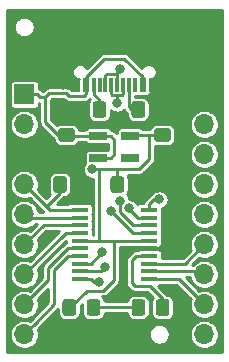
<source format=gbr>
%TF.GenerationSoftware,KiCad,Pcbnew,(5.1.5-0-10_14)*%
%TF.CreationDate,2020-02-16T20:03:40+10:00*%
%TF.ProjectId,turtleboard,74757274-6c65-4626-9f61-72642e6b6963,rev?*%
%TF.SameCoordinates,Original*%
%TF.FileFunction,Copper,L1,Top*%
%TF.FilePolarity,Positive*%
%FSLAX46Y46*%
G04 Gerber Fmt 4.6, Leading zero omitted, Abs format (unit mm)*
G04 Created by KiCad (PCBNEW (5.1.5-0-10_14)) date 2020-02-16 20:03:40*
%MOMM*%
%LPD*%
G04 APERTURE LIST*
%ADD10R,0.600000X1.160000*%
%ADD11R,0.300000X1.160000*%
%ADD12O,0.900000X1.700000*%
%ADD13O,0.900000X2.000000*%
%ADD14R,1.450000X0.450000*%
%ADD15O,1.700000X1.700000*%
%ADD16R,1.700000X1.700000*%
%ADD17C,0.100000*%
%ADD18R,1.560000X0.650000*%
%ADD19C,0.800000*%
%ADD20C,0.250000*%
%ADD21C,0.254000*%
G04 APERTURE END LIST*
D10*
X199998000Y-100762000D03*
X200798000Y-100762000D03*
X199998000Y-100762000D03*
X200798000Y-100762000D03*
X206398000Y-100762000D03*
X206398000Y-100762000D03*
X205598000Y-100762000D03*
X205598000Y-100762000D03*
D11*
X201448000Y-100762000D03*
X202448000Y-100762000D03*
X201948000Y-100762000D03*
X204448000Y-100762000D03*
X204948000Y-100762000D03*
X202948000Y-100762000D03*
X203448000Y-100762000D03*
X203948000Y-100762000D03*
D12*
X198878000Y-96012000D03*
X207518000Y-96012000D03*
D13*
X198878000Y-100182000D03*
X207518000Y-100182000D03*
D14*
X206150000Y-111375000D03*
X206150000Y-112025000D03*
X206150000Y-112675000D03*
X206150000Y-113325000D03*
X206150000Y-113975000D03*
X206150000Y-114625000D03*
X206150000Y-115275000D03*
X206150000Y-115925000D03*
X206150000Y-116575000D03*
X206150000Y-117225000D03*
X200250000Y-117225000D03*
X200250000Y-116575000D03*
X200250000Y-115925000D03*
X200250000Y-115275000D03*
X200250000Y-114625000D03*
X200250000Y-113975000D03*
X200250000Y-113325000D03*
X200250000Y-112675000D03*
X200250000Y-112025000D03*
X200250000Y-111375000D03*
D15*
X210820000Y-121920000D03*
X210820000Y-119380000D03*
X210820000Y-116840000D03*
X210820000Y-114300000D03*
X210820000Y-111760000D03*
X210820000Y-109220000D03*
X210820000Y-106680000D03*
X210820000Y-104140000D03*
D16*
X210820000Y-101600000D03*
D15*
X195580000Y-121920000D03*
X195580000Y-119380000D03*
X195580000Y-116840000D03*
X195580000Y-114300000D03*
X195580000Y-111760000D03*
X195580000Y-109220000D03*
X195580000Y-106680000D03*
X195580000Y-104140000D03*
D16*
X195580000Y-101600000D03*
%TA.AperFunction,SMDPad,CuDef*%
D17*
G36*
X198959505Y-108521204D02*
G01*
X198983773Y-108524804D01*
X199007572Y-108530765D01*
X199030671Y-108539030D01*
X199052850Y-108549520D01*
X199073893Y-108562132D01*
X199093599Y-108576747D01*
X199111777Y-108593223D01*
X199128253Y-108611401D01*
X199142868Y-108631107D01*
X199155480Y-108652150D01*
X199165970Y-108674329D01*
X199174235Y-108697428D01*
X199180196Y-108721227D01*
X199183796Y-108745495D01*
X199185000Y-108769999D01*
X199185000Y-109670001D01*
X199183796Y-109694505D01*
X199180196Y-109718773D01*
X199174235Y-109742572D01*
X199165970Y-109765671D01*
X199155480Y-109787850D01*
X199142868Y-109808893D01*
X199128253Y-109828599D01*
X199111777Y-109846777D01*
X199093599Y-109863253D01*
X199073893Y-109877868D01*
X199052850Y-109890480D01*
X199030671Y-109900970D01*
X199007572Y-109909235D01*
X198983773Y-109915196D01*
X198959505Y-109918796D01*
X198935001Y-109920000D01*
X198284999Y-109920000D01*
X198260495Y-109918796D01*
X198236227Y-109915196D01*
X198212428Y-109909235D01*
X198189329Y-109900970D01*
X198167150Y-109890480D01*
X198146107Y-109877868D01*
X198126401Y-109863253D01*
X198108223Y-109846777D01*
X198091747Y-109828599D01*
X198077132Y-109808893D01*
X198064520Y-109787850D01*
X198054030Y-109765671D01*
X198045765Y-109742572D01*
X198039804Y-109718773D01*
X198036204Y-109694505D01*
X198035000Y-109670001D01*
X198035000Y-108769999D01*
X198036204Y-108745495D01*
X198039804Y-108721227D01*
X198045765Y-108697428D01*
X198054030Y-108674329D01*
X198064520Y-108652150D01*
X198077132Y-108631107D01*
X198091747Y-108611401D01*
X198108223Y-108593223D01*
X198126401Y-108576747D01*
X198146107Y-108562132D01*
X198167150Y-108549520D01*
X198189329Y-108539030D01*
X198212428Y-108530765D01*
X198236227Y-108524804D01*
X198260495Y-108521204D01*
X198284999Y-108520000D01*
X198935001Y-108520000D01*
X198959505Y-108521204D01*
G37*
%TD.AperFunction*%
%TA.AperFunction,SMDPad,CuDef*%
G36*
X201009505Y-108521204D02*
G01*
X201033773Y-108524804D01*
X201057572Y-108530765D01*
X201080671Y-108539030D01*
X201102850Y-108549520D01*
X201123893Y-108562132D01*
X201143599Y-108576747D01*
X201161777Y-108593223D01*
X201178253Y-108611401D01*
X201192868Y-108631107D01*
X201205480Y-108652150D01*
X201215970Y-108674329D01*
X201224235Y-108697428D01*
X201230196Y-108721227D01*
X201233796Y-108745495D01*
X201235000Y-108769999D01*
X201235000Y-109670001D01*
X201233796Y-109694505D01*
X201230196Y-109718773D01*
X201224235Y-109742572D01*
X201215970Y-109765671D01*
X201205480Y-109787850D01*
X201192868Y-109808893D01*
X201178253Y-109828599D01*
X201161777Y-109846777D01*
X201143599Y-109863253D01*
X201123893Y-109877868D01*
X201102850Y-109890480D01*
X201080671Y-109900970D01*
X201057572Y-109909235D01*
X201033773Y-109915196D01*
X201009505Y-109918796D01*
X200985001Y-109920000D01*
X200334999Y-109920000D01*
X200310495Y-109918796D01*
X200286227Y-109915196D01*
X200262428Y-109909235D01*
X200239329Y-109900970D01*
X200217150Y-109890480D01*
X200196107Y-109877868D01*
X200176401Y-109863253D01*
X200158223Y-109846777D01*
X200141747Y-109828599D01*
X200127132Y-109808893D01*
X200114520Y-109787850D01*
X200104030Y-109765671D01*
X200095765Y-109742572D01*
X200089804Y-109718773D01*
X200086204Y-109694505D01*
X200085000Y-109670001D01*
X200085000Y-108769999D01*
X200086204Y-108745495D01*
X200089804Y-108721227D01*
X200095765Y-108697428D01*
X200104030Y-108674329D01*
X200114520Y-108652150D01*
X200127132Y-108631107D01*
X200141747Y-108611401D01*
X200158223Y-108593223D01*
X200176401Y-108576747D01*
X200196107Y-108562132D01*
X200217150Y-108549520D01*
X200239329Y-108539030D01*
X200262428Y-108530765D01*
X200286227Y-108524804D01*
X200310495Y-108521204D01*
X200334999Y-108520000D01*
X200985001Y-108520000D01*
X201009505Y-108521204D01*
G37*
%TD.AperFunction*%
%TA.AperFunction,SMDPad,CuDef*%
G36*
X201780505Y-118935204D02*
G01*
X201804773Y-118938804D01*
X201828572Y-118944765D01*
X201851671Y-118953030D01*
X201873850Y-118963520D01*
X201894893Y-118976132D01*
X201914599Y-118990747D01*
X201932777Y-119007223D01*
X201949253Y-119025401D01*
X201963868Y-119045107D01*
X201976480Y-119066150D01*
X201986970Y-119088329D01*
X201995235Y-119111428D01*
X202001196Y-119135227D01*
X202004796Y-119159495D01*
X202006000Y-119183999D01*
X202006000Y-120084001D01*
X202004796Y-120108505D01*
X202001196Y-120132773D01*
X201995235Y-120156572D01*
X201986970Y-120179671D01*
X201976480Y-120201850D01*
X201963868Y-120222893D01*
X201949253Y-120242599D01*
X201932777Y-120260777D01*
X201914599Y-120277253D01*
X201894893Y-120291868D01*
X201873850Y-120304480D01*
X201851671Y-120314970D01*
X201828572Y-120323235D01*
X201804773Y-120329196D01*
X201780505Y-120332796D01*
X201756001Y-120334000D01*
X201105999Y-120334000D01*
X201081495Y-120332796D01*
X201057227Y-120329196D01*
X201033428Y-120323235D01*
X201010329Y-120314970D01*
X200988150Y-120304480D01*
X200967107Y-120291868D01*
X200947401Y-120277253D01*
X200929223Y-120260777D01*
X200912747Y-120242599D01*
X200898132Y-120222893D01*
X200885520Y-120201850D01*
X200875030Y-120179671D01*
X200866765Y-120156572D01*
X200860804Y-120132773D01*
X200857204Y-120108505D01*
X200856000Y-120084001D01*
X200856000Y-119183999D01*
X200857204Y-119159495D01*
X200860804Y-119135227D01*
X200866765Y-119111428D01*
X200875030Y-119088329D01*
X200885520Y-119066150D01*
X200898132Y-119045107D01*
X200912747Y-119025401D01*
X200929223Y-119007223D01*
X200947401Y-118990747D01*
X200967107Y-118976132D01*
X200988150Y-118963520D01*
X201010329Y-118953030D01*
X201033428Y-118944765D01*
X201057227Y-118938804D01*
X201081495Y-118935204D01*
X201105999Y-118934000D01*
X201756001Y-118934000D01*
X201780505Y-118935204D01*
G37*
%TD.AperFunction*%
%TA.AperFunction,SMDPad,CuDef*%
G36*
X199730505Y-118935204D02*
G01*
X199754773Y-118938804D01*
X199778572Y-118944765D01*
X199801671Y-118953030D01*
X199823850Y-118963520D01*
X199844893Y-118976132D01*
X199864599Y-118990747D01*
X199882777Y-119007223D01*
X199899253Y-119025401D01*
X199913868Y-119045107D01*
X199926480Y-119066150D01*
X199936970Y-119088329D01*
X199945235Y-119111428D01*
X199951196Y-119135227D01*
X199954796Y-119159495D01*
X199956000Y-119183999D01*
X199956000Y-120084001D01*
X199954796Y-120108505D01*
X199951196Y-120132773D01*
X199945235Y-120156572D01*
X199936970Y-120179671D01*
X199926480Y-120201850D01*
X199913868Y-120222893D01*
X199899253Y-120242599D01*
X199882777Y-120260777D01*
X199864599Y-120277253D01*
X199844893Y-120291868D01*
X199823850Y-120304480D01*
X199801671Y-120314970D01*
X199778572Y-120323235D01*
X199754773Y-120329196D01*
X199730505Y-120332796D01*
X199706001Y-120334000D01*
X199055999Y-120334000D01*
X199031495Y-120332796D01*
X199007227Y-120329196D01*
X198983428Y-120323235D01*
X198960329Y-120314970D01*
X198938150Y-120304480D01*
X198917107Y-120291868D01*
X198897401Y-120277253D01*
X198879223Y-120260777D01*
X198862747Y-120242599D01*
X198848132Y-120222893D01*
X198835520Y-120201850D01*
X198825030Y-120179671D01*
X198816765Y-120156572D01*
X198810804Y-120132773D01*
X198807204Y-120108505D01*
X198806000Y-120084001D01*
X198806000Y-119183999D01*
X198807204Y-119159495D01*
X198810804Y-119135227D01*
X198816765Y-119111428D01*
X198825030Y-119088329D01*
X198835520Y-119066150D01*
X198848132Y-119045107D01*
X198862747Y-119025401D01*
X198879223Y-119007223D01*
X198897401Y-118990747D01*
X198917107Y-118976132D01*
X198938150Y-118963520D01*
X198960329Y-118953030D01*
X198983428Y-118944765D01*
X199007227Y-118938804D01*
X199031495Y-118935204D01*
X199055999Y-118934000D01*
X199706001Y-118934000D01*
X199730505Y-118935204D01*
G37*
%TD.AperFunction*%
%TA.AperFunction,SMDPad,CuDef*%
G36*
X205572505Y-102171204D02*
G01*
X205596773Y-102174804D01*
X205620572Y-102180765D01*
X205643671Y-102189030D01*
X205665850Y-102199520D01*
X205686893Y-102212132D01*
X205706599Y-102226747D01*
X205724777Y-102243223D01*
X205741253Y-102261401D01*
X205755868Y-102281107D01*
X205768480Y-102302150D01*
X205778970Y-102324329D01*
X205787235Y-102347428D01*
X205793196Y-102371227D01*
X205796796Y-102395495D01*
X205798000Y-102419999D01*
X205798000Y-103320001D01*
X205796796Y-103344505D01*
X205793196Y-103368773D01*
X205787235Y-103392572D01*
X205778970Y-103415671D01*
X205768480Y-103437850D01*
X205755868Y-103458893D01*
X205741253Y-103478599D01*
X205724777Y-103496777D01*
X205706599Y-103513253D01*
X205686893Y-103527868D01*
X205665850Y-103540480D01*
X205643671Y-103550970D01*
X205620572Y-103559235D01*
X205596773Y-103565196D01*
X205572505Y-103568796D01*
X205548001Y-103570000D01*
X204897999Y-103570000D01*
X204873495Y-103568796D01*
X204849227Y-103565196D01*
X204825428Y-103559235D01*
X204802329Y-103550970D01*
X204780150Y-103540480D01*
X204759107Y-103527868D01*
X204739401Y-103513253D01*
X204721223Y-103496777D01*
X204704747Y-103478599D01*
X204690132Y-103458893D01*
X204677520Y-103437850D01*
X204667030Y-103415671D01*
X204658765Y-103392572D01*
X204652804Y-103368773D01*
X204649204Y-103344505D01*
X204648000Y-103320001D01*
X204648000Y-102419999D01*
X204649204Y-102395495D01*
X204652804Y-102371227D01*
X204658765Y-102347428D01*
X204667030Y-102324329D01*
X204677520Y-102302150D01*
X204690132Y-102281107D01*
X204704747Y-102261401D01*
X204721223Y-102243223D01*
X204739401Y-102226747D01*
X204759107Y-102212132D01*
X204780150Y-102199520D01*
X204802329Y-102189030D01*
X204825428Y-102180765D01*
X204849227Y-102174804D01*
X204873495Y-102171204D01*
X204897999Y-102170000D01*
X205548001Y-102170000D01*
X205572505Y-102171204D01*
G37*
%TD.AperFunction*%
%TA.AperFunction,SMDPad,CuDef*%
G36*
X207622505Y-102171204D02*
G01*
X207646773Y-102174804D01*
X207670572Y-102180765D01*
X207693671Y-102189030D01*
X207715850Y-102199520D01*
X207736893Y-102212132D01*
X207756599Y-102226747D01*
X207774777Y-102243223D01*
X207791253Y-102261401D01*
X207805868Y-102281107D01*
X207818480Y-102302150D01*
X207828970Y-102324329D01*
X207837235Y-102347428D01*
X207843196Y-102371227D01*
X207846796Y-102395495D01*
X207848000Y-102419999D01*
X207848000Y-103320001D01*
X207846796Y-103344505D01*
X207843196Y-103368773D01*
X207837235Y-103392572D01*
X207828970Y-103415671D01*
X207818480Y-103437850D01*
X207805868Y-103458893D01*
X207791253Y-103478599D01*
X207774777Y-103496777D01*
X207756599Y-103513253D01*
X207736893Y-103527868D01*
X207715850Y-103540480D01*
X207693671Y-103550970D01*
X207670572Y-103559235D01*
X207646773Y-103565196D01*
X207622505Y-103568796D01*
X207598001Y-103570000D01*
X206947999Y-103570000D01*
X206923495Y-103568796D01*
X206899227Y-103565196D01*
X206875428Y-103559235D01*
X206852329Y-103550970D01*
X206830150Y-103540480D01*
X206809107Y-103527868D01*
X206789401Y-103513253D01*
X206771223Y-103496777D01*
X206754747Y-103478599D01*
X206740132Y-103458893D01*
X206727520Y-103437850D01*
X206717030Y-103415671D01*
X206708765Y-103392572D01*
X206702804Y-103368773D01*
X206699204Y-103344505D01*
X206698000Y-103320001D01*
X206698000Y-102419999D01*
X206699204Y-102395495D01*
X206702804Y-102371227D01*
X206708765Y-102347428D01*
X206717030Y-102324329D01*
X206727520Y-102302150D01*
X206740132Y-102281107D01*
X206754747Y-102261401D01*
X206771223Y-102243223D01*
X206789401Y-102226747D01*
X206809107Y-102212132D01*
X206830150Y-102199520D01*
X206852329Y-102189030D01*
X206875428Y-102180765D01*
X206899227Y-102174804D01*
X206923495Y-102171204D01*
X206947999Y-102170000D01*
X207598001Y-102170000D01*
X207622505Y-102171204D01*
G37*
%TD.AperFunction*%
%TA.AperFunction,SMDPad,CuDef*%
G36*
X202288505Y-102171204D02*
G01*
X202312773Y-102174804D01*
X202336572Y-102180765D01*
X202359671Y-102189030D01*
X202381850Y-102199520D01*
X202402893Y-102212132D01*
X202422599Y-102226747D01*
X202440777Y-102243223D01*
X202457253Y-102261401D01*
X202471868Y-102281107D01*
X202484480Y-102302150D01*
X202494970Y-102324329D01*
X202503235Y-102347428D01*
X202509196Y-102371227D01*
X202512796Y-102395495D01*
X202514000Y-102419999D01*
X202514000Y-103320001D01*
X202512796Y-103344505D01*
X202509196Y-103368773D01*
X202503235Y-103392572D01*
X202494970Y-103415671D01*
X202484480Y-103437850D01*
X202471868Y-103458893D01*
X202457253Y-103478599D01*
X202440777Y-103496777D01*
X202422599Y-103513253D01*
X202402893Y-103527868D01*
X202381850Y-103540480D01*
X202359671Y-103550970D01*
X202336572Y-103559235D01*
X202312773Y-103565196D01*
X202288505Y-103568796D01*
X202264001Y-103570000D01*
X201613999Y-103570000D01*
X201589495Y-103568796D01*
X201565227Y-103565196D01*
X201541428Y-103559235D01*
X201518329Y-103550970D01*
X201496150Y-103540480D01*
X201475107Y-103527868D01*
X201455401Y-103513253D01*
X201437223Y-103496777D01*
X201420747Y-103478599D01*
X201406132Y-103458893D01*
X201393520Y-103437850D01*
X201383030Y-103415671D01*
X201374765Y-103392572D01*
X201368804Y-103368773D01*
X201365204Y-103344505D01*
X201364000Y-103320001D01*
X201364000Y-102419999D01*
X201365204Y-102395495D01*
X201368804Y-102371227D01*
X201374765Y-102347428D01*
X201383030Y-102324329D01*
X201393520Y-102302150D01*
X201406132Y-102281107D01*
X201420747Y-102261401D01*
X201437223Y-102243223D01*
X201455401Y-102226747D01*
X201475107Y-102212132D01*
X201496150Y-102199520D01*
X201518329Y-102189030D01*
X201541428Y-102180765D01*
X201565227Y-102174804D01*
X201589495Y-102171204D01*
X201613999Y-102170000D01*
X202264001Y-102170000D01*
X202288505Y-102171204D01*
G37*
%TD.AperFunction*%
%TA.AperFunction,SMDPad,CuDef*%
G36*
X200238505Y-102171204D02*
G01*
X200262773Y-102174804D01*
X200286572Y-102180765D01*
X200309671Y-102189030D01*
X200331850Y-102199520D01*
X200352893Y-102212132D01*
X200372599Y-102226747D01*
X200390777Y-102243223D01*
X200407253Y-102261401D01*
X200421868Y-102281107D01*
X200434480Y-102302150D01*
X200444970Y-102324329D01*
X200453235Y-102347428D01*
X200459196Y-102371227D01*
X200462796Y-102395495D01*
X200464000Y-102419999D01*
X200464000Y-103320001D01*
X200462796Y-103344505D01*
X200459196Y-103368773D01*
X200453235Y-103392572D01*
X200444970Y-103415671D01*
X200434480Y-103437850D01*
X200421868Y-103458893D01*
X200407253Y-103478599D01*
X200390777Y-103496777D01*
X200372599Y-103513253D01*
X200352893Y-103527868D01*
X200331850Y-103540480D01*
X200309671Y-103550970D01*
X200286572Y-103559235D01*
X200262773Y-103565196D01*
X200238505Y-103568796D01*
X200214001Y-103570000D01*
X199563999Y-103570000D01*
X199539495Y-103568796D01*
X199515227Y-103565196D01*
X199491428Y-103559235D01*
X199468329Y-103550970D01*
X199446150Y-103540480D01*
X199425107Y-103527868D01*
X199405401Y-103513253D01*
X199387223Y-103496777D01*
X199370747Y-103478599D01*
X199356132Y-103458893D01*
X199343520Y-103437850D01*
X199333030Y-103415671D01*
X199324765Y-103392572D01*
X199318804Y-103368773D01*
X199315204Y-103344505D01*
X199314000Y-103320001D01*
X199314000Y-102419999D01*
X199315204Y-102395495D01*
X199318804Y-102371227D01*
X199324765Y-102347428D01*
X199333030Y-102324329D01*
X199343520Y-102302150D01*
X199356132Y-102281107D01*
X199370747Y-102261401D01*
X199387223Y-102243223D01*
X199405401Y-102226747D01*
X199425107Y-102212132D01*
X199446150Y-102199520D01*
X199468329Y-102189030D01*
X199491428Y-102180765D01*
X199515227Y-102174804D01*
X199539495Y-102171204D01*
X199563999Y-102170000D01*
X200214001Y-102170000D01*
X200238505Y-102171204D01*
G37*
%TD.AperFunction*%
%TA.AperFunction,SMDPad,CuDef*%
G36*
X205581505Y-118935204D02*
G01*
X205605773Y-118938804D01*
X205629572Y-118944765D01*
X205652671Y-118953030D01*
X205674850Y-118963520D01*
X205695893Y-118976132D01*
X205715599Y-118990747D01*
X205733777Y-119007223D01*
X205750253Y-119025401D01*
X205764868Y-119045107D01*
X205777480Y-119066150D01*
X205787970Y-119088329D01*
X205796235Y-119111428D01*
X205802196Y-119135227D01*
X205805796Y-119159495D01*
X205807000Y-119183999D01*
X205807000Y-120084001D01*
X205805796Y-120108505D01*
X205802196Y-120132773D01*
X205796235Y-120156572D01*
X205787970Y-120179671D01*
X205777480Y-120201850D01*
X205764868Y-120222893D01*
X205750253Y-120242599D01*
X205733777Y-120260777D01*
X205715599Y-120277253D01*
X205695893Y-120291868D01*
X205674850Y-120304480D01*
X205652671Y-120314970D01*
X205629572Y-120323235D01*
X205605773Y-120329196D01*
X205581505Y-120332796D01*
X205557001Y-120334000D01*
X204906999Y-120334000D01*
X204882495Y-120332796D01*
X204858227Y-120329196D01*
X204834428Y-120323235D01*
X204811329Y-120314970D01*
X204789150Y-120304480D01*
X204768107Y-120291868D01*
X204748401Y-120277253D01*
X204730223Y-120260777D01*
X204713747Y-120242599D01*
X204699132Y-120222893D01*
X204686520Y-120201850D01*
X204676030Y-120179671D01*
X204667765Y-120156572D01*
X204661804Y-120132773D01*
X204658204Y-120108505D01*
X204657000Y-120084001D01*
X204657000Y-119183999D01*
X204658204Y-119159495D01*
X204661804Y-119135227D01*
X204667765Y-119111428D01*
X204676030Y-119088329D01*
X204686520Y-119066150D01*
X204699132Y-119045107D01*
X204713747Y-119025401D01*
X204730223Y-119007223D01*
X204748401Y-118990747D01*
X204768107Y-118976132D01*
X204789150Y-118963520D01*
X204811329Y-118953030D01*
X204834428Y-118944765D01*
X204858227Y-118938804D01*
X204882495Y-118935204D01*
X204906999Y-118934000D01*
X205557001Y-118934000D01*
X205581505Y-118935204D01*
G37*
%TD.AperFunction*%
%TA.AperFunction,SMDPad,CuDef*%
G36*
X207631505Y-118935204D02*
G01*
X207655773Y-118938804D01*
X207679572Y-118944765D01*
X207702671Y-118953030D01*
X207724850Y-118963520D01*
X207745893Y-118976132D01*
X207765599Y-118990747D01*
X207783777Y-119007223D01*
X207800253Y-119025401D01*
X207814868Y-119045107D01*
X207827480Y-119066150D01*
X207837970Y-119088329D01*
X207846235Y-119111428D01*
X207852196Y-119135227D01*
X207855796Y-119159495D01*
X207857000Y-119183999D01*
X207857000Y-120084001D01*
X207855796Y-120108505D01*
X207852196Y-120132773D01*
X207846235Y-120156572D01*
X207837970Y-120179671D01*
X207827480Y-120201850D01*
X207814868Y-120222893D01*
X207800253Y-120242599D01*
X207783777Y-120260777D01*
X207765599Y-120277253D01*
X207745893Y-120291868D01*
X207724850Y-120304480D01*
X207702671Y-120314970D01*
X207679572Y-120323235D01*
X207655773Y-120329196D01*
X207631505Y-120332796D01*
X207607001Y-120334000D01*
X206956999Y-120334000D01*
X206932495Y-120332796D01*
X206908227Y-120329196D01*
X206884428Y-120323235D01*
X206861329Y-120314970D01*
X206839150Y-120304480D01*
X206818107Y-120291868D01*
X206798401Y-120277253D01*
X206780223Y-120260777D01*
X206763747Y-120242599D01*
X206749132Y-120222893D01*
X206736520Y-120201850D01*
X206726030Y-120179671D01*
X206717765Y-120156572D01*
X206711804Y-120132773D01*
X206708204Y-120108505D01*
X206707000Y-120084001D01*
X206707000Y-119183999D01*
X206708204Y-119159495D01*
X206711804Y-119135227D01*
X206717765Y-119111428D01*
X206726030Y-119088329D01*
X206736520Y-119066150D01*
X206749132Y-119045107D01*
X206763747Y-119025401D01*
X206780223Y-119007223D01*
X206798401Y-118990747D01*
X206818107Y-118976132D01*
X206839150Y-118963520D01*
X206861329Y-118953030D01*
X206884428Y-118944765D01*
X206908227Y-118938804D01*
X206932495Y-118935204D01*
X206956999Y-118934000D01*
X207607001Y-118934000D01*
X207631505Y-118935204D01*
G37*
%TD.AperFunction*%
D18*
X204550000Y-105095000D03*
X204550000Y-106995000D03*
X201850000Y-106995000D03*
X201850000Y-106045000D03*
X201850000Y-105095000D03*
%TA.AperFunction,SMDPad,CuDef*%
D17*
G36*
X205844505Y-108521204D02*
G01*
X205868773Y-108524804D01*
X205892572Y-108530765D01*
X205915671Y-108539030D01*
X205937850Y-108549520D01*
X205958893Y-108562132D01*
X205978599Y-108576747D01*
X205996777Y-108593223D01*
X206013253Y-108611401D01*
X206027868Y-108631107D01*
X206040480Y-108652150D01*
X206050970Y-108674329D01*
X206059235Y-108697428D01*
X206065196Y-108721227D01*
X206068796Y-108745495D01*
X206070000Y-108769999D01*
X206070000Y-109670001D01*
X206068796Y-109694505D01*
X206065196Y-109718773D01*
X206059235Y-109742572D01*
X206050970Y-109765671D01*
X206040480Y-109787850D01*
X206027868Y-109808893D01*
X206013253Y-109828599D01*
X205996777Y-109846777D01*
X205978599Y-109863253D01*
X205958893Y-109877868D01*
X205937850Y-109890480D01*
X205915671Y-109900970D01*
X205892572Y-109909235D01*
X205868773Y-109915196D01*
X205844505Y-109918796D01*
X205820001Y-109920000D01*
X205169999Y-109920000D01*
X205145495Y-109918796D01*
X205121227Y-109915196D01*
X205097428Y-109909235D01*
X205074329Y-109900970D01*
X205052150Y-109890480D01*
X205031107Y-109877868D01*
X205011401Y-109863253D01*
X204993223Y-109846777D01*
X204976747Y-109828599D01*
X204962132Y-109808893D01*
X204949520Y-109787850D01*
X204939030Y-109765671D01*
X204930765Y-109742572D01*
X204924804Y-109718773D01*
X204921204Y-109694505D01*
X204920000Y-109670001D01*
X204920000Y-108769999D01*
X204921204Y-108745495D01*
X204924804Y-108721227D01*
X204930765Y-108697428D01*
X204939030Y-108674329D01*
X204949520Y-108652150D01*
X204962132Y-108631107D01*
X204976747Y-108611401D01*
X204993223Y-108593223D01*
X205011401Y-108576747D01*
X205031107Y-108562132D01*
X205052150Y-108549520D01*
X205074329Y-108539030D01*
X205097428Y-108530765D01*
X205121227Y-108524804D01*
X205145495Y-108521204D01*
X205169999Y-108520000D01*
X205820001Y-108520000D01*
X205844505Y-108521204D01*
G37*
%TD.AperFunction*%
%TA.AperFunction,SMDPad,CuDef*%
G36*
X203794505Y-108521204D02*
G01*
X203818773Y-108524804D01*
X203842572Y-108530765D01*
X203865671Y-108539030D01*
X203887850Y-108549520D01*
X203908893Y-108562132D01*
X203928599Y-108576747D01*
X203946777Y-108593223D01*
X203963253Y-108611401D01*
X203977868Y-108631107D01*
X203990480Y-108652150D01*
X204000970Y-108674329D01*
X204009235Y-108697428D01*
X204015196Y-108721227D01*
X204018796Y-108745495D01*
X204020000Y-108769999D01*
X204020000Y-109670001D01*
X204018796Y-109694505D01*
X204015196Y-109718773D01*
X204009235Y-109742572D01*
X204000970Y-109765671D01*
X203990480Y-109787850D01*
X203977868Y-109808893D01*
X203963253Y-109828599D01*
X203946777Y-109846777D01*
X203928599Y-109863253D01*
X203908893Y-109877868D01*
X203887850Y-109890480D01*
X203865671Y-109900970D01*
X203842572Y-109909235D01*
X203818773Y-109915196D01*
X203794505Y-109918796D01*
X203770001Y-109920000D01*
X203119999Y-109920000D01*
X203095495Y-109918796D01*
X203071227Y-109915196D01*
X203047428Y-109909235D01*
X203024329Y-109900970D01*
X203002150Y-109890480D01*
X202981107Y-109877868D01*
X202961401Y-109863253D01*
X202943223Y-109846777D01*
X202926747Y-109828599D01*
X202912132Y-109808893D01*
X202899520Y-109787850D01*
X202889030Y-109765671D01*
X202880765Y-109742572D01*
X202874804Y-109718773D01*
X202871204Y-109694505D01*
X202870000Y-109670001D01*
X202870000Y-108769999D01*
X202871204Y-108745495D01*
X202874804Y-108721227D01*
X202880765Y-108697428D01*
X202889030Y-108674329D01*
X202899520Y-108652150D01*
X202912132Y-108631107D01*
X202926747Y-108611401D01*
X202943223Y-108593223D01*
X202961401Y-108576747D01*
X202981107Y-108562132D01*
X203002150Y-108549520D01*
X203024329Y-108539030D01*
X203047428Y-108530765D01*
X203071227Y-108524804D01*
X203095495Y-108521204D01*
X203119999Y-108520000D01*
X203770001Y-108520000D01*
X203794505Y-108521204D01*
G37*
%TD.AperFunction*%
%TA.AperFunction,SMDPad,CuDef*%
G36*
X207738505Y-106496204D02*
G01*
X207762773Y-106499804D01*
X207786572Y-106505765D01*
X207809671Y-106514030D01*
X207831850Y-106524520D01*
X207852893Y-106537132D01*
X207872599Y-106551747D01*
X207890777Y-106568223D01*
X207907253Y-106586401D01*
X207921868Y-106606107D01*
X207934480Y-106627150D01*
X207944970Y-106649329D01*
X207953235Y-106672428D01*
X207959196Y-106696227D01*
X207962796Y-106720495D01*
X207964000Y-106744999D01*
X207964000Y-107395001D01*
X207962796Y-107419505D01*
X207959196Y-107443773D01*
X207953235Y-107467572D01*
X207944970Y-107490671D01*
X207934480Y-107512850D01*
X207921868Y-107533893D01*
X207907253Y-107553599D01*
X207890777Y-107571777D01*
X207872599Y-107588253D01*
X207852893Y-107602868D01*
X207831850Y-107615480D01*
X207809671Y-107625970D01*
X207786572Y-107634235D01*
X207762773Y-107640196D01*
X207738505Y-107643796D01*
X207714001Y-107645000D01*
X206813999Y-107645000D01*
X206789495Y-107643796D01*
X206765227Y-107640196D01*
X206741428Y-107634235D01*
X206718329Y-107625970D01*
X206696150Y-107615480D01*
X206675107Y-107602868D01*
X206655401Y-107588253D01*
X206637223Y-107571777D01*
X206620747Y-107553599D01*
X206606132Y-107533893D01*
X206593520Y-107512850D01*
X206583030Y-107490671D01*
X206574765Y-107467572D01*
X206568804Y-107443773D01*
X206565204Y-107419505D01*
X206564000Y-107395001D01*
X206564000Y-106744999D01*
X206565204Y-106720495D01*
X206568804Y-106696227D01*
X206574765Y-106672428D01*
X206583030Y-106649329D01*
X206593520Y-106627150D01*
X206606132Y-106606107D01*
X206620747Y-106586401D01*
X206637223Y-106568223D01*
X206655401Y-106551747D01*
X206675107Y-106537132D01*
X206696150Y-106524520D01*
X206718329Y-106514030D01*
X206741428Y-106505765D01*
X206765227Y-106499804D01*
X206789495Y-106496204D01*
X206813999Y-106495000D01*
X207714001Y-106495000D01*
X207738505Y-106496204D01*
G37*
%TD.AperFunction*%
%TA.AperFunction,SMDPad,CuDef*%
G36*
X207738505Y-104446204D02*
G01*
X207762773Y-104449804D01*
X207786572Y-104455765D01*
X207809671Y-104464030D01*
X207831850Y-104474520D01*
X207852893Y-104487132D01*
X207872599Y-104501747D01*
X207890777Y-104518223D01*
X207907253Y-104536401D01*
X207921868Y-104556107D01*
X207934480Y-104577150D01*
X207944970Y-104599329D01*
X207953235Y-104622428D01*
X207959196Y-104646227D01*
X207962796Y-104670495D01*
X207964000Y-104694999D01*
X207964000Y-105345001D01*
X207962796Y-105369505D01*
X207959196Y-105393773D01*
X207953235Y-105417572D01*
X207944970Y-105440671D01*
X207934480Y-105462850D01*
X207921868Y-105483893D01*
X207907253Y-105503599D01*
X207890777Y-105521777D01*
X207872599Y-105538253D01*
X207852893Y-105552868D01*
X207831850Y-105565480D01*
X207809671Y-105575970D01*
X207786572Y-105584235D01*
X207762773Y-105590196D01*
X207738505Y-105593796D01*
X207714001Y-105595000D01*
X206813999Y-105595000D01*
X206789495Y-105593796D01*
X206765227Y-105590196D01*
X206741428Y-105584235D01*
X206718329Y-105575970D01*
X206696150Y-105565480D01*
X206675107Y-105552868D01*
X206655401Y-105538253D01*
X206637223Y-105521777D01*
X206620747Y-105503599D01*
X206606132Y-105483893D01*
X206593520Y-105462850D01*
X206583030Y-105440671D01*
X206574765Y-105417572D01*
X206568804Y-105393773D01*
X206565204Y-105369505D01*
X206564000Y-105345001D01*
X206564000Y-104694999D01*
X206565204Y-104670495D01*
X206568804Y-104646227D01*
X206574765Y-104622428D01*
X206583030Y-104599329D01*
X206593520Y-104577150D01*
X206606132Y-104556107D01*
X206620747Y-104536401D01*
X206637223Y-104518223D01*
X206655401Y-104501747D01*
X206675107Y-104487132D01*
X206696150Y-104474520D01*
X206718329Y-104464030D01*
X206741428Y-104455765D01*
X206765227Y-104449804D01*
X206789495Y-104446204D01*
X206813999Y-104445000D01*
X207714001Y-104445000D01*
X207738505Y-104446204D01*
G37*
%TD.AperFunction*%
%TA.AperFunction,SMDPad,CuDef*%
G36*
X199610505Y-106496204D02*
G01*
X199634773Y-106499804D01*
X199658572Y-106505765D01*
X199681671Y-106514030D01*
X199703850Y-106524520D01*
X199724893Y-106537132D01*
X199744599Y-106551747D01*
X199762777Y-106568223D01*
X199779253Y-106586401D01*
X199793868Y-106606107D01*
X199806480Y-106627150D01*
X199816970Y-106649329D01*
X199825235Y-106672428D01*
X199831196Y-106696227D01*
X199834796Y-106720495D01*
X199836000Y-106744999D01*
X199836000Y-107395001D01*
X199834796Y-107419505D01*
X199831196Y-107443773D01*
X199825235Y-107467572D01*
X199816970Y-107490671D01*
X199806480Y-107512850D01*
X199793868Y-107533893D01*
X199779253Y-107553599D01*
X199762777Y-107571777D01*
X199744599Y-107588253D01*
X199724893Y-107602868D01*
X199703850Y-107615480D01*
X199681671Y-107625970D01*
X199658572Y-107634235D01*
X199634773Y-107640196D01*
X199610505Y-107643796D01*
X199586001Y-107645000D01*
X198685999Y-107645000D01*
X198661495Y-107643796D01*
X198637227Y-107640196D01*
X198613428Y-107634235D01*
X198590329Y-107625970D01*
X198568150Y-107615480D01*
X198547107Y-107602868D01*
X198527401Y-107588253D01*
X198509223Y-107571777D01*
X198492747Y-107553599D01*
X198478132Y-107533893D01*
X198465520Y-107512850D01*
X198455030Y-107490671D01*
X198446765Y-107467572D01*
X198440804Y-107443773D01*
X198437204Y-107419505D01*
X198436000Y-107395001D01*
X198436000Y-106744999D01*
X198437204Y-106720495D01*
X198440804Y-106696227D01*
X198446765Y-106672428D01*
X198455030Y-106649329D01*
X198465520Y-106627150D01*
X198478132Y-106606107D01*
X198492747Y-106586401D01*
X198509223Y-106568223D01*
X198527401Y-106551747D01*
X198547107Y-106537132D01*
X198568150Y-106524520D01*
X198590329Y-106514030D01*
X198613428Y-106505765D01*
X198637227Y-106499804D01*
X198661495Y-106496204D01*
X198685999Y-106495000D01*
X199586001Y-106495000D01*
X199610505Y-106496204D01*
G37*
%TD.AperFunction*%
%TA.AperFunction,SMDPad,CuDef*%
G36*
X199610505Y-104446204D02*
G01*
X199634773Y-104449804D01*
X199658572Y-104455765D01*
X199681671Y-104464030D01*
X199703850Y-104474520D01*
X199724893Y-104487132D01*
X199744599Y-104501747D01*
X199762777Y-104518223D01*
X199779253Y-104536401D01*
X199793868Y-104556107D01*
X199806480Y-104577150D01*
X199816970Y-104599329D01*
X199825235Y-104622428D01*
X199831196Y-104646227D01*
X199834796Y-104670495D01*
X199836000Y-104694999D01*
X199836000Y-105345001D01*
X199834796Y-105369505D01*
X199831196Y-105393773D01*
X199825235Y-105417572D01*
X199816970Y-105440671D01*
X199806480Y-105462850D01*
X199793868Y-105483893D01*
X199779253Y-105503599D01*
X199762777Y-105521777D01*
X199744599Y-105538253D01*
X199724893Y-105552868D01*
X199703850Y-105565480D01*
X199681671Y-105575970D01*
X199658572Y-105584235D01*
X199634773Y-105590196D01*
X199610505Y-105593796D01*
X199586001Y-105595000D01*
X198685999Y-105595000D01*
X198661495Y-105593796D01*
X198637227Y-105590196D01*
X198613428Y-105584235D01*
X198590329Y-105575970D01*
X198568150Y-105565480D01*
X198547107Y-105552868D01*
X198527401Y-105538253D01*
X198509223Y-105521777D01*
X198492747Y-105503599D01*
X198478132Y-105483893D01*
X198465520Y-105462850D01*
X198455030Y-105440671D01*
X198446765Y-105417572D01*
X198440804Y-105393773D01*
X198437204Y-105369505D01*
X198436000Y-105345001D01*
X198436000Y-104694999D01*
X198437204Y-104670495D01*
X198440804Y-104646227D01*
X198446765Y-104622428D01*
X198455030Y-104599329D01*
X198465520Y-104577150D01*
X198478132Y-104556107D01*
X198492747Y-104536401D01*
X198509223Y-104518223D01*
X198527401Y-104501747D01*
X198547107Y-104487132D01*
X198568150Y-104474520D01*
X198590329Y-104464030D01*
X198613428Y-104455765D01*
X198637227Y-104449804D01*
X198661495Y-104446204D01*
X198685999Y-104445000D01*
X199586001Y-104445000D01*
X199610505Y-104446204D01*
G37*
%TD.AperFunction*%
D19*
X198231206Y-103169685D03*
X201295062Y-107950000D03*
X203707044Y-110605530D03*
X203708000Y-99420140D03*
X202891273Y-111460819D03*
X203454000Y-102362000D03*
X202184000Y-114935000D03*
X202403990Y-116205000D03*
X201930000Y-117475000D03*
X207010000Y-110490000D03*
X204470000Y-111252000D03*
D20*
X195580000Y-106680000D02*
X196782081Y-106680000D01*
X197172081Y-107070000D02*
X199136000Y-107070000D01*
X196782081Y-106680000D02*
X197172081Y-107070000D01*
X200820000Y-106045000D02*
X199931000Y-106934000D01*
X201850000Y-106045000D02*
X200820000Y-106045000D01*
X199836000Y-107070000D02*
X199136000Y-107070000D01*
X199931000Y-106975000D02*
X199836000Y-107070000D01*
X199931000Y-106934000D02*
X199931000Y-106975000D01*
X207010000Y-108966000D02*
X207010000Y-109220000D01*
X207645000Y-108331000D02*
X207010000Y-108966000D01*
X207645000Y-107070000D02*
X207645000Y-108331000D01*
X199210000Y-107070000D02*
X199136000Y-107070000D01*
X200660000Y-108520000D02*
X199210000Y-107070000D01*
X200660000Y-109220000D02*
X200660000Y-108520000D01*
X205495000Y-109220000D02*
X207010000Y-109220000D01*
X206150000Y-114625000D02*
X207125000Y-114625000D01*
X208370002Y-113379998D02*
X208370002Y-110580002D01*
X207125000Y-114625000D02*
X208370002Y-113379998D01*
X208370002Y-110580002D02*
X207010000Y-109220000D01*
X200007999Y-100327001D02*
X200172999Y-100327001D01*
X206375000Y-100965000D02*
X206375000Y-100327001D01*
X206375000Y-100327001D02*
X206388001Y-100327001D01*
X199458000Y-100762000D02*
X198878000Y-100182000D01*
X199998000Y-100762000D02*
X199458000Y-100762000D01*
X198878000Y-100182000D02*
X198878000Y-96012000D01*
X198878000Y-96012000D02*
X207518000Y-96012000D01*
X207518000Y-96012000D02*
X207518000Y-100182000D01*
X206938000Y-100762000D02*
X207518000Y-100182000D01*
X206398000Y-100762000D02*
X206938000Y-100762000D01*
X206660000Y-101854000D02*
X206398000Y-101592000D01*
X206957000Y-101854000D02*
X206660000Y-101854000D01*
X207273000Y-102170000D02*
X206957000Y-101854000D01*
X206398000Y-101592000D02*
X206398000Y-100762000D01*
X207273000Y-102870000D02*
X207273000Y-102170000D01*
X199889000Y-102870000D02*
X199314000Y-102870000D01*
X199014315Y-103169685D02*
X198796891Y-103169685D01*
X199314000Y-102870000D02*
X199014315Y-103169685D01*
X198796891Y-103169685D02*
X198231206Y-103169685D01*
X199780000Y-105020000D02*
X199136000Y-105020000D01*
X201775000Y-107070000D02*
X201850000Y-106995000D01*
X199211000Y-105095000D02*
X199136000Y-105020000D01*
X201850000Y-105095000D02*
X199211000Y-105095000D01*
X203200000Y-106675000D02*
X202880000Y-106995000D01*
X202880000Y-106995000D02*
X201850000Y-106995000D01*
X203200000Y-105415000D02*
X203200000Y-106675000D01*
X202880000Y-105095000D02*
X203200000Y-105415000D01*
X201850000Y-105095000D02*
X202880000Y-105095000D01*
X196680000Y-101600000D02*
X195580000Y-101600000D01*
X196924990Y-101844990D02*
X196680000Y-101600000D01*
X197367010Y-103951010D02*
X198436000Y-105020000D01*
X197367010Y-101844990D02*
X197367010Y-103951010D01*
X198436000Y-105020000D02*
X199136000Y-105020000D01*
X197367010Y-101844990D02*
X196924990Y-101844990D01*
X200798000Y-100762000D02*
X200798000Y-100137002D01*
X200798000Y-100137002D02*
X202346004Y-98588998D01*
X202346004Y-98588998D02*
X204049996Y-98588998D01*
X204049996Y-98588998D02*
X205598000Y-100137002D01*
X205598000Y-100137002D02*
X205598000Y-100762000D01*
X200652000Y-101738000D02*
X199352751Y-101738000D01*
X199121761Y-101507010D02*
X197704990Y-101507010D01*
X200798000Y-100762000D02*
X200798000Y-101592000D01*
X197704990Y-101507010D02*
X197367010Y-101844990D01*
X200798000Y-101592000D02*
X200652000Y-101738000D01*
X199352751Y-101738000D02*
X199121761Y-101507010D01*
X204625000Y-105020000D02*
X204550000Y-105095000D01*
X207645000Y-105020000D02*
X206130000Y-105020000D01*
X206130000Y-105020000D02*
X204625000Y-105020000D01*
X200250000Y-113975000D02*
X201930000Y-113975000D01*
X206150000Y-113975000D02*
X203959002Y-113975000D01*
X203891000Y-113975000D02*
X201930000Y-113975000D01*
X201930000Y-113975000D02*
X201930000Y-109220000D01*
X202184000Y-107950000D02*
X201295062Y-107950000D01*
X201930000Y-107950000D02*
X202184000Y-107950000D01*
X201930000Y-109220000D02*
X201930000Y-107950000D01*
X202184000Y-107950000D02*
X203200000Y-107950000D01*
X206130000Y-107105002D02*
X206130000Y-105020000D01*
X205285002Y-107950000D02*
X206130000Y-107105002D01*
X203200000Y-107950000D02*
X205285002Y-107950000D01*
X203445000Y-107950000D02*
X203200000Y-107950000D01*
X203445000Y-109220000D02*
X203445000Y-107950000D01*
X200902499Y-118200001D02*
X199468500Y-119634000D01*
X202278001Y-118200001D02*
X200902499Y-118200001D01*
X203129000Y-117349002D02*
X202278001Y-118200001D01*
X203129000Y-113975000D02*
X203129000Y-117349002D01*
X204461000Y-119634000D02*
X201343500Y-119634000D01*
X204461000Y-119634000D02*
X205232000Y-119634000D01*
X204978000Y-117856000D02*
X206204000Y-117856000D01*
X207282000Y-118934000D02*
X207282000Y-119634000D01*
X206204000Y-117856000D02*
X207282000Y-118934000D01*
X204724000Y-117602000D02*
X204978000Y-117856000D01*
X204724000Y-115611000D02*
X204724000Y-117602000D01*
X205060000Y-115275000D02*
X204724000Y-115611000D01*
X206150000Y-115275000D02*
X205060000Y-115275000D01*
X203707044Y-111562046D02*
X203707044Y-111171215D01*
X204819998Y-112675000D02*
X203707044Y-111562046D01*
X203707044Y-111171215D02*
X203707044Y-110605530D01*
X206150000Y-112675000D02*
X204819998Y-112675000D01*
X203448000Y-99932000D02*
X203448000Y-100762000D01*
X203372999Y-99856999D02*
X203448000Y-99932000D01*
X202537999Y-99856999D02*
X203372999Y-99856999D01*
X202448000Y-99946998D02*
X202537999Y-99856999D01*
X202448000Y-100762000D02*
X202448000Y-99946998D01*
X203372999Y-99856999D02*
X203708000Y-99521998D01*
X203708000Y-99521998D02*
X203708000Y-99420140D01*
X201939000Y-102083000D02*
X201939000Y-102870000D01*
X201448000Y-101592000D02*
X201939000Y-102083000D01*
X201448000Y-100762000D02*
X201448000Y-101592000D01*
X206150000Y-113325000D02*
X204755454Y-113325000D01*
X204755454Y-113325000D02*
X202891273Y-111460819D01*
X203872999Y-101667001D02*
X203948000Y-101592000D01*
X202948000Y-101577002D02*
X203037999Y-101667001D01*
X203948000Y-101592000D02*
X203948000Y-100762000D01*
X202948000Y-100762000D02*
X202948000Y-101577002D01*
X203454000Y-101734002D02*
X203454000Y-102362000D01*
X203037999Y-101667001D02*
X203521001Y-101667001D01*
X203521001Y-101667001D02*
X203454000Y-101734002D01*
X203521001Y-101667001D02*
X203872999Y-101667001D01*
X204648000Y-102870000D02*
X205223000Y-102870000D01*
X204448000Y-102670000D02*
X204648000Y-102870000D01*
X204448000Y-100762000D02*
X204448000Y-102670000D01*
X197612000Y-117348000D02*
X195580000Y-119380000D01*
X197612000Y-116288000D02*
X197612000Y-117348000D01*
X199275000Y-114625000D02*
X197612000Y-116288000D01*
X200250000Y-114625000D02*
X199275000Y-114625000D01*
X199095000Y-113325000D02*
X195580000Y-116840000D01*
X200250000Y-113325000D02*
X199095000Y-113325000D01*
X197205000Y-112675000D02*
X195580000Y-114300000D01*
X200250000Y-112675000D02*
X197205000Y-112675000D01*
X195845000Y-112025000D02*
X195580000Y-111760000D01*
X200250000Y-112025000D02*
X195845000Y-112025000D01*
X200250000Y-111375000D02*
X197735000Y-111375000D01*
X197485000Y-111045000D02*
X197485000Y-111125000D01*
X198610000Y-109920000D02*
X197485000Y-111045000D01*
X198610000Y-109220000D02*
X198610000Y-109920000D01*
X197485000Y-111125000D02*
X195580000Y-109220000D01*
X197735000Y-111375000D02*
X197485000Y-111125000D01*
X196463010Y-121036990D02*
X195580000Y-121920000D01*
X198120000Y-119380000D02*
X196463010Y-121036990D01*
X198120000Y-116430000D02*
X198120000Y-119380000D01*
X199275000Y-115275000D02*
X198120000Y-116430000D01*
X200250000Y-115275000D02*
X199275000Y-115275000D01*
X200250000Y-115925000D02*
X201225000Y-115925000D01*
X201225000Y-115925000D02*
X202184000Y-114966000D01*
X202184000Y-114966000D02*
X202184000Y-114935000D01*
X202033990Y-116575000D02*
X202403990Y-116205000D01*
X200250000Y-116575000D02*
X202033990Y-116575000D01*
X201225000Y-117225000D02*
X201475000Y-117475000D01*
X200250000Y-117225000D02*
X201225000Y-117225000D01*
X201475000Y-117475000D02*
X201930000Y-117475000D01*
X208665000Y-117225000D02*
X210820000Y-119380000D01*
X206150000Y-117225000D02*
X208665000Y-117225000D01*
X210555000Y-116575000D02*
X210820000Y-116840000D01*
X206150000Y-116575000D02*
X210555000Y-116575000D01*
X209195000Y-115925000D02*
X210820000Y-114300000D01*
X206150000Y-115925000D02*
X209195000Y-115925000D01*
X206150000Y-110900000D02*
X206560000Y-110490000D01*
X206150000Y-111375000D02*
X206150000Y-110900000D01*
X206560000Y-110490000D02*
X207010000Y-110490000D01*
X206150000Y-112025000D02*
X205175000Y-112025000D01*
X205175000Y-112025000D02*
X204470000Y-111320000D01*
X204470000Y-111320000D02*
X204470000Y-111252000D01*
D21*
G36*
X212294001Y-123394000D02*
G01*
X194106000Y-123394000D01*
X194106000Y-104018757D01*
X194349000Y-104018757D01*
X194349000Y-104261243D01*
X194396307Y-104499069D01*
X194489102Y-104723097D01*
X194623820Y-104924717D01*
X194795283Y-105096180D01*
X194996903Y-105230898D01*
X195220931Y-105323693D01*
X195458757Y-105371000D01*
X195701243Y-105371000D01*
X195939069Y-105323693D01*
X196163097Y-105230898D01*
X196364717Y-105096180D01*
X196536180Y-104924717D01*
X196670898Y-104723097D01*
X196763693Y-104499069D01*
X196811000Y-104261243D01*
X196811000Y-104018757D01*
X196763693Y-103780931D01*
X196670898Y-103556903D01*
X196536180Y-103355283D01*
X196364717Y-103183820D01*
X196163097Y-103049102D01*
X195939069Y-102956307D01*
X195701243Y-102909000D01*
X195458757Y-102909000D01*
X195220931Y-102956307D01*
X194996903Y-103049102D01*
X194795283Y-103183820D01*
X194623820Y-103355283D01*
X194489102Y-103556903D01*
X194396307Y-103780931D01*
X194349000Y-104018757D01*
X194106000Y-104018757D01*
X194106000Y-100750000D01*
X194347157Y-100750000D01*
X194347157Y-102450000D01*
X194354513Y-102524689D01*
X194376299Y-102596508D01*
X194411678Y-102662696D01*
X194459289Y-102720711D01*
X194517304Y-102768322D01*
X194583492Y-102803701D01*
X194655311Y-102825487D01*
X194730000Y-102832843D01*
X196430000Y-102832843D01*
X196504689Y-102825487D01*
X196576508Y-102803701D01*
X196642696Y-102768322D01*
X196700711Y-102720711D01*
X196748322Y-102662696D01*
X196783701Y-102596508D01*
X196805487Y-102524689D01*
X196812843Y-102450000D01*
X196812843Y-102339739D01*
X196825796Y-102343668D01*
X196835684Y-102344642D01*
X196861010Y-102347136D01*
X196861011Y-103926154D01*
X196858563Y-103951010D01*
X196868332Y-104050202D01*
X196897265Y-104145584D01*
X196897266Y-104145585D01*
X196944252Y-104233489D01*
X197007484Y-104310537D01*
X197026790Y-104326381D01*
X198054003Y-105353595D01*
X198065317Y-105468462D01*
X198101329Y-105587179D01*
X198159810Y-105696589D01*
X198238512Y-105792488D01*
X198334411Y-105871190D01*
X198443821Y-105929671D01*
X198562538Y-105965683D01*
X198685999Y-105977843D01*
X199586001Y-105977843D01*
X199709462Y-105965683D01*
X199828179Y-105929671D01*
X199937589Y-105871190D01*
X200033488Y-105792488D01*
X200112190Y-105696589D01*
X200163284Y-105601000D01*
X200734736Y-105601000D01*
X200751678Y-105632696D01*
X200799289Y-105690711D01*
X200857304Y-105738322D01*
X200923492Y-105773701D01*
X200995311Y-105795487D01*
X201070000Y-105802843D01*
X202630000Y-105802843D01*
X202694000Y-105796540D01*
X202694001Y-106293460D01*
X202630000Y-106287157D01*
X201070000Y-106287157D01*
X200995311Y-106294513D01*
X200923492Y-106316299D01*
X200857304Y-106351678D01*
X200799289Y-106399289D01*
X200751678Y-106457304D01*
X200716299Y-106523492D01*
X200694513Y-106595311D01*
X200687157Y-106670000D01*
X200687157Y-107320000D01*
X200694513Y-107394689D01*
X200706466Y-107434095D01*
X200688420Y-107452141D01*
X200602949Y-107580058D01*
X200544075Y-107722191D01*
X200514062Y-107873078D01*
X200514062Y-108026922D01*
X200544075Y-108177809D01*
X200602949Y-108319942D01*
X200688420Y-108447859D01*
X200797203Y-108556642D01*
X200925120Y-108642113D01*
X201067253Y-108700987D01*
X201218140Y-108731000D01*
X201371984Y-108731000D01*
X201424000Y-108720653D01*
X201424000Y-109244853D01*
X201424001Y-109244863D01*
X201424000Y-113469000D01*
X201357843Y-113469000D01*
X201357843Y-113100000D01*
X201350487Y-113025311D01*
X201342809Y-113000000D01*
X201350487Y-112974689D01*
X201357843Y-112900000D01*
X201357843Y-112450000D01*
X201350487Y-112375311D01*
X201342809Y-112350000D01*
X201350487Y-112324689D01*
X201357843Y-112250000D01*
X201357843Y-111800000D01*
X201350487Y-111725311D01*
X201342809Y-111700000D01*
X201350487Y-111674689D01*
X201357843Y-111600000D01*
X201357843Y-111150000D01*
X201350487Y-111075311D01*
X201328701Y-111003492D01*
X201293322Y-110937304D01*
X201245711Y-110879289D01*
X201187696Y-110831678D01*
X201121508Y-110796299D01*
X201049689Y-110774513D01*
X200975000Y-110767157D01*
X199525000Y-110767157D01*
X199450311Y-110774513D01*
X199378492Y-110796299D01*
X199312304Y-110831678D01*
X199266826Y-110869000D01*
X198376591Y-110869000D01*
X198943595Y-110301997D01*
X199058462Y-110290683D01*
X199177179Y-110254671D01*
X199286589Y-110196190D01*
X199382488Y-110117488D01*
X199461190Y-110021589D01*
X199519671Y-109912179D01*
X199555683Y-109793462D01*
X199567843Y-109670001D01*
X199567843Y-108769999D01*
X199555683Y-108646538D01*
X199519671Y-108527821D01*
X199461190Y-108418411D01*
X199382488Y-108322512D01*
X199286589Y-108243810D01*
X199177179Y-108185329D01*
X199058462Y-108149317D01*
X198935001Y-108137157D01*
X198284999Y-108137157D01*
X198161538Y-108149317D01*
X198042821Y-108185329D01*
X197933411Y-108243810D01*
X197837512Y-108322512D01*
X197758810Y-108418411D01*
X197700329Y-108527821D01*
X197664317Y-108646538D01*
X197652157Y-108769999D01*
X197652157Y-109670001D01*
X197664317Y-109793462D01*
X197700329Y-109912179D01*
X197758810Y-110021589D01*
X197774140Y-110040269D01*
X197445000Y-110369408D01*
X196731758Y-109656167D01*
X196763693Y-109579069D01*
X196811000Y-109341243D01*
X196811000Y-109098757D01*
X196763693Y-108860931D01*
X196670898Y-108636903D01*
X196536180Y-108435283D01*
X196364717Y-108263820D01*
X196163097Y-108129102D01*
X195939069Y-108036307D01*
X195701243Y-107989000D01*
X195458757Y-107989000D01*
X195220931Y-108036307D01*
X194996903Y-108129102D01*
X194795283Y-108263820D01*
X194623820Y-108435283D01*
X194489102Y-108636903D01*
X194396307Y-108860931D01*
X194349000Y-109098757D01*
X194349000Y-109341243D01*
X194396307Y-109579069D01*
X194489102Y-109803097D01*
X194623820Y-110004717D01*
X194795283Y-110176180D01*
X194996903Y-110310898D01*
X195220931Y-110403693D01*
X195458757Y-110451000D01*
X195701243Y-110451000D01*
X195939069Y-110403693D01*
X196016167Y-110371758D01*
X197109628Y-111465220D01*
X197125473Y-111484527D01*
X197144784Y-111500375D01*
X197163409Y-111519000D01*
X196787179Y-111519000D01*
X196763693Y-111400931D01*
X196670898Y-111176903D01*
X196536180Y-110975283D01*
X196364717Y-110803820D01*
X196163097Y-110669102D01*
X195939069Y-110576307D01*
X195701243Y-110529000D01*
X195458757Y-110529000D01*
X195220931Y-110576307D01*
X194996903Y-110669102D01*
X194795283Y-110803820D01*
X194623820Y-110975283D01*
X194489102Y-111176903D01*
X194396307Y-111400931D01*
X194349000Y-111638757D01*
X194349000Y-111881243D01*
X194396307Y-112119069D01*
X194489102Y-112343097D01*
X194623820Y-112544717D01*
X194795283Y-112716180D01*
X194996903Y-112850898D01*
X195220931Y-112943693D01*
X195458757Y-112991000D01*
X195701243Y-112991000D01*
X195939069Y-112943693D01*
X196163097Y-112850898D01*
X196364717Y-112716180D01*
X196536180Y-112544717D01*
X196545345Y-112531000D01*
X196633408Y-112531000D01*
X196016167Y-113148242D01*
X195939069Y-113116307D01*
X195701243Y-113069000D01*
X195458757Y-113069000D01*
X195220931Y-113116307D01*
X194996903Y-113209102D01*
X194795283Y-113343820D01*
X194623820Y-113515283D01*
X194489102Y-113716903D01*
X194396307Y-113940931D01*
X194349000Y-114178757D01*
X194349000Y-114421243D01*
X194396307Y-114659069D01*
X194489102Y-114883097D01*
X194623820Y-115084717D01*
X194795283Y-115256180D01*
X194996903Y-115390898D01*
X195220931Y-115483693D01*
X195458757Y-115531000D01*
X195701243Y-115531000D01*
X195939069Y-115483693D01*
X196163097Y-115390898D01*
X196364717Y-115256180D01*
X196536180Y-115084717D01*
X196670898Y-114883097D01*
X196763693Y-114659069D01*
X196811000Y-114421243D01*
X196811000Y-114178757D01*
X196763693Y-113940931D01*
X196731758Y-113863833D01*
X197414592Y-113181000D01*
X198523408Y-113181000D01*
X196016167Y-115688242D01*
X195939069Y-115656307D01*
X195701243Y-115609000D01*
X195458757Y-115609000D01*
X195220931Y-115656307D01*
X194996903Y-115749102D01*
X194795283Y-115883820D01*
X194623820Y-116055283D01*
X194489102Y-116256903D01*
X194396307Y-116480931D01*
X194349000Y-116718757D01*
X194349000Y-116961243D01*
X194396307Y-117199069D01*
X194489102Y-117423097D01*
X194623820Y-117624717D01*
X194795283Y-117796180D01*
X194996903Y-117930898D01*
X195220931Y-118023693D01*
X195458757Y-118071000D01*
X195701243Y-118071000D01*
X195939069Y-118023693D01*
X196163097Y-117930898D01*
X196364717Y-117796180D01*
X196536180Y-117624717D01*
X196670898Y-117423097D01*
X196763693Y-117199069D01*
X196811000Y-116961243D01*
X196811000Y-116718757D01*
X196763693Y-116480931D01*
X196731758Y-116403833D01*
X199142157Y-113993435D01*
X199142157Y-114136529D01*
X199084562Y-114154000D01*
X199080425Y-114155255D01*
X198992521Y-114202241D01*
X198915473Y-114265473D01*
X198899628Y-114284780D01*
X197271785Y-115912624D01*
X197252473Y-115928473D01*
X197189241Y-116005521D01*
X197142255Y-116093426D01*
X197113322Y-116188808D01*
X197106000Y-116263147D01*
X197106000Y-116263154D01*
X197103553Y-116288000D01*
X197106000Y-116312847D01*
X197106001Y-117138407D01*
X196016167Y-118228242D01*
X195939069Y-118196307D01*
X195701243Y-118149000D01*
X195458757Y-118149000D01*
X195220931Y-118196307D01*
X194996903Y-118289102D01*
X194795283Y-118423820D01*
X194623820Y-118595283D01*
X194489102Y-118796903D01*
X194396307Y-119020931D01*
X194349000Y-119258757D01*
X194349000Y-119501243D01*
X194396307Y-119739069D01*
X194489102Y-119963097D01*
X194623820Y-120164717D01*
X194795283Y-120336180D01*
X194996903Y-120470898D01*
X195220931Y-120563693D01*
X195458757Y-120611000D01*
X195701243Y-120611000D01*
X195939069Y-120563693D01*
X196163097Y-120470898D01*
X196364717Y-120336180D01*
X196536180Y-120164717D01*
X196670898Y-119963097D01*
X196763693Y-119739069D01*
X196811000Y-119501243D01*
X196811000Y-119258757D01*
X196763693Y-119020931D01*
X196731758Y-118943833D01*
X197614001Y-118061591D01*
X197614001Y-119170407D01*
X196122793Y-120661616D01*
X196122788Y-120661620D01*
X196016166Y-120768242D01*
X195939069Y-120736307D01*
X195701243Y-120689000D01*
X195458757Y-120689000D01*
X195220931Y-120736307D01*
X194996903Y-120829102D01*
X194795283Y-120963820D01*
X194623820Y-121135283D01*
X194489102Y-121336903D01*
X194396307Y-121560931D01*
X194349000Y-121798757D01*
X194349000Y-122041243D01*
X194396307Y-122279069D01*
X194489102Y-122503097D01*
X194623820Y-122704717D01*
X194795283Y-122876180D01*
X194996903Y-123010898D01*
X195220931Y-123103693D01*
X195458757Y-123151000D01*
X195701243Y-123151000D01*
X195939069Y-123103693D01*
X196163097Y-123010898D01*
X196364717Y-122876180D01*
X196536180Y-122704717D01*
X196670898Y-122503097D01*
X196763693Y-122279069D01*
X196811000Y-122041243D01*
X196811000Y-121833229D01*
X206129000Y-121833229D01*
X206129000Y-122006771D01*
X206162856Y-122176978D01*
X206229268Y-122337310D01*
X206325682Y-122481605D01*
X206448395Y-122604318D01*
X206592690Y-122700732D01*
X206753022Y-122767144D01*
X206923229Y-122801000D01*
X207096771Y-122801000D01*
X207266978Y-122767144D01*
X207427310Y-122700732D01*
X207571605Y-122604318D01*
X207694318Y-122481605D01*
X207790732Y-122337310D01*
X207857144Y-122176978D01*
X207891000Y-122006771D01*
X207891000Y-121833229D01*
X207884144Y-121798757D01*
X209589000Y-121798757D01*
X209589000Y-122041243D01*
X209636307Y-122279069D01*
X209729102Y-122503097D01*
X209863820Y-122704717D01*
X210035283Y-122876180D01*
X210236903Y-123010898D01*
X210460931Y-123103693D01*
X210698757Y-123151000D01*
X210941243Y-123151000D01*
X211179069Y-123103693D01*
X211403097Y-123010898D01*
X211604717Y-122876180D01*
X211776180Y-122704717D01*
X211910898Y-122503097D01*
X212003693Y-122279069D01*
X212051000Y-122041243D01*
X212051000Y-121798757D01*
X212003693Y-121560931D01*
X211910898Y-121336903D01*
X211776180Y-121135283D01*
X211604717Y-120963820D01*
X211403097Y-120829102D01*
X211179069Y-120736307D01*
X210941243Y-120689000D01*
X210698757Y-120689000D01*
X210460931Y-120736307D01*
X210236903Y-120829102D01*
X210035283Y-120963820D01*
X209863820Y-121135283D01*
X209729102Y-121336903D01*
X209636307Y-121560931D01*
X209589000Y-121798757D01*
X207884144Y-121798757D01*
X207857144Y-121663022D01*
X207790732Y-121502690D01*
X207694318Y-121358395D01*
X207571605Y-121235682D01*
X207427310Y-121139268D01*
X207266978Y-121072856D01*
X207096771Y-121039000D01*
X206923229Y-121039000D01*
X206753022Y-121072856D01*
X206592690Y-121139268D01*
X206448395Y-121235682D01*
X206325682Y-121358395D01*
X206229268Y-121502690D01*
X206162856Y-121663022D01*
X206129000Y-121833229D01*
X196811000Y-121833229D01*
X196811000Y-121798757D01*
X196763693Y-121560931D01*
X196731758Y-121483834D01*
X196838380Y-121377212D01*
X196838384Y-121377207D01*
X198423157Y-119792435D01*
X198423157Y-120084001D01*
X198435317Y-120207462D01*
X198471329Y-120326179D01*
X198529810Y-120435589D01*
X198608512Y-120531488D01*
X198704411Y-120610190D01*
X198813821Y-120668671D01*
X198932538Y-120704683D01*
X199055999Y-120716843D01*
X199706001Y-120716843D01*
X199829462Y-120704683D01*
X199948179Y-120668671D01*
X200057589Y-120610190D01*
X200153488Y-120531488D01*
X200232190Y-120435589D01*
X200290671Y-120326179D01*
X200326683Y-120207462D01*
X200338843Y-120084001D01*
X200338843Y-119479248D01*
X200473157Y-119344934D01*
X200473157Y-120084001D01*
X200485317Y-120207462D01*
X200521329Y-120326179D01*
X200579810Y-120435589D01*
X200658512Y-120531488D01*
X200754411Y-120610190D01*
X200863821Y-120668671D01*
X200982538Y-120704683D01*
X201105999Y-120716843D01*
X201756001Y-120716843D01*
X201879462Y-120704683D01*
X201998179Y-120668671D01*
X202107589Y-120610190D01*
X202203488Y-120531488D01*
X202282190Y-120435589D01*
X202340671Y-120326179D01*
X202376683Y-120207462D01*
X202383328Y-120140000D01*
X204279672Y-120140000D01*
X204286317Y-120207462D01*
X204322329Y-120326179D01*
X204380810Y-120435589D01*
X204459512Y-120531488D01*
X204555411Y-120610190D01*
X204664821Y-120668671D01*
X204783538Y-120704683D01*
X204906999Y-120716843D01*
X205557001Y-120716843D01*
X205680462Y-120704683D01*
X205799179Y-120668671D01*
X205908589Y-120610190D01*
X206004488Y-120531488D01*
X206083190Y-120435589D01*
X206141671Y-120326179D01*
X206177683Y-120207462D01*
X206189843Y-120084001D01*
X206189843Y-119183999D01*
X206177683Y-119060538D01*
X206141671Y-118941821D01*
X206083190Y-118832411D01*
X206004488Y-118736512D01*
X205908589Y-118657810D01*
X205799179Y-118599329D01*
X205680462Y-118563317D01*
X205557001Y-118551157D01*
X204906999Y-118551157D01*
X204783538Y-118563317D01*
X204664821Y-118599329D01*
X204555411Y-118657810D01*
X204459512Y-118736512D01*
X204380810Y-118832411D01*
X204322329Y-118941821D01*
X204286317Y-119060538D01*
X204279672Y-119128000D01*
X202383328Y-119128000D01*
X202376683Y-119060538D01*
X202340671Y-118941821D01*
X202282190Y-118832411D01*
X202203488Y-118736512D01*
X202166310Y-118706001D01*
X202253155Y-118706001D01*
X202278001Y-118708448D01*
X202302847Y-118706001D01*
X202302855Y-118706001D01*
X202377194Y-118698679D01*
X202472576Y-118669746D01*
X202560480Y-118622760D01*
X202637528Y-118559528D01*
X202653377Y-118540216D01*
X203469220Y-117724374D01*
X203488527Y-117708529D01*
X203551759Y-117631481D01*
X203598745Y-117543577D01*
X203620944Y-117470395D01*
X203627678Y-117448196D01*
X203630497Y-117419574D01*
X203635000Y-117373856D01*
X203635000Y-117373849D01*
X203637447Y-117349003D01*
X203635000Y-117324157D01*
X203635000Y-115611000D01*
X204215553Y-115611000D01*
X204218000Y-115635846D01*
X204218001Y-117577144D01*
X204215553Y-117602000D01*
X204225322Y-117701192D01*
X204254255Y-117796574D01*
X204266107Y-117818747D01*
X204301242Y-117884479D01*
X204364474Y-117961527D01*
X204383781Y-117977372D01*
X204602624Y-118196215D01*
X204618473Y-118215527D01*
X204695521Y-118278759D01*
X204783425Y-118325745D01*
X204878806Y-118354678D01*
X204888694Y-118355652D01*
X204953146Y-118362000D01*
X204953153Y-118362000D01*
X204977999Y-118364447D01*
X205002845Y-118362000D01*
X205994409Y-118362000D01*
X206446140Y-118813731D01*
X206430810Y-118832411D01*
X206372329Y-118941821D01*
X206336317Y-119060538D01*
X206324157Y-119183999D01*
X206324157Y-120084001D01*
X206336317Y-120207462D01*
X206372329Y-120326179D01*
X206430810Y-120435589D01*
X206509512Y-120531488D01*
X206605411Y-120610190D01*
X206714821Y-120668671D01*
X206833538Y-120704683D01*
X206956999Y-120716843D01*
X207607001Y-120716843D01*
X207730462Y-120704683D01*
X207849179Y-120668671D01*
X207958589Y-120610190D01*
X208054488Y-120531488D01*
X208133190Y-120435589D01*
X208191671Y-120326179D01*
X208227683Y-120207462D01*
X208239843Y-120084001D01*
X208239843Y-119183999D01*
X208227683Y-119060538D01*
X208191671Y-118941821D01*
X208133190Y-118832411D01*
X208054488Y-118736512D01*
X207958589Y-118657810D01*
X207849179Y-118599329D01*
X207730462Y-118563317D01*
X207615595Y-118552003D01*
X206894513Y-117830921D01*
X206949689Y-117825487D01*
X207021508Y-117803701D01*
X207087696Y-117768322D01*
X207133174Y-117731000D01*
X208455409Y-117731000D01*
X209668242Y-118943833D01*
X209636307Y-119020931D01*
X209589000Y-119258757D01*
X209589000Y-119501243D01*
X209636307Y-119739069D01*
X209729102Y-119963097D01*
X209863820Y-120164717D01*
X210035283Y-120336180D01*
X210236903Y-120470898D01*
X210460931Y-120563693D01*
X210698757Y-120611000D01*
X210941243Y-120611000D01*
X211179069Y-120563693D01*
X211403097Y-120470898D01*
X211604717Y-120336180D01*
X211776180Y-120164717D01*
X211910898Y-119963097D01*
X212003693Y-119739069D01*
X212051000Y-119501243D01*
X212051000Y-119258757D01*
X212003693Y-119020931D01*
X211910898Y-118796903D01*
X211776180Y-118595283D01*
X211604717Y-118423820D01*
X211403097Y-118289102D01*
X211179069Y-118196307D01*
X210941243Y-118149000D01*
X210698757Y-118149000D01*
X210460931Y-118196307D01*
X210383833Y-118228242D01*
X209236591Y-117081000D01*
X209612821Y-117081000D01*
X209636307Y-117199069D01*
X209729102Y-117423097D01*
X209863820Y-117624717D01*
X210035283Y-117796180D01*
X210236903Y-117930898D01*
X210460931Y-118023693D01*
X210698757Y-118071000D01*
X210941243Y-118071000D01*
X211179069Y-118023693D01*
X211403097Y-117930898D01*
X211604717Y-117796180D01*
X211776180Y-117624717D01*
X211910898Y-117423097D01*
X212003693Y-117199069D01*
X212051000Y-116961243D01*
X212051000Y-116718757D01*
X212003693Y-116480931D01*
X211910898Y-116256903D01*
X211776180Y-116055283D01*
X211604717Y-115883820D01*
X211403097Y-115749102D01*
X211179069Y-115656307D01*
X210941243Y-115609000D01*
X210698757Y-115609000D01*
X210460931Y-115656307D01*
X210236903Y-115749102D01*
X210035283Y-115883820D01*
X209863820Y-116055283D01*
X209854655Y-116069000D01*
X209766591Y-116069000D01*
X210383833Y-115451758D01*
X210460931Y-115483693D01*
X210698757Y-115531000D01*
X210941243Y-115531000D01*
X211179069Y-115483693D01*
X211403097Y-115390898D01*
X211604717Y-115256180D01*
X211776180Y-115084717D01*
X211910898Y-114883097D01*
X212003693Y-114659069D01*
X212051000Y-114421243D01*
X212051000Y-114178757D01*
X212003693Y-113940931D01*
X211910898Y-113716903D01*
X211776180Y-113515283D01*
X211604717Y-113343820D01*
X211403097Y-113209102D01*
X211179069Y-113116307D01*
X210941243Y-113069000D01*
X210698757Y-113069000D01*
X210460931Y-113116307D01*
X210236903Y-113209102D01*
X210035283Y-113343820D01*
X209863820Y-113515283D01*
X209729102Y-113716903D01*
X209636307Y-113940931D01*
X209589000Y-114178757D01*
X209589000Y-114421243D01*
X209636307Y-114659069D01*
X209668242Y-114736167D01*
X208985409Y-115419000D01*
X207257843Y-115419000D01*
X207257843Y-115050000D01*
X207250487Y-114975311D01*
X207228701Y-114903492D01*
X207193322Y-114837304D01*
X207145711Y-114779289D01*
X207087696Y-114731678D01*
X207021508Y-114696299D01*
X206949689Y-114674513D01*
X206875000Y-114667157D01*
X205425000Y-114667157D01*
X205350311Y-114674513D01*
X205278492Y-114696299D01*
X205212304Y-114731678D01*
X205166826Y-114769000D01*
X205084854Y-114769000D01*
X205060000Y-114766552D01*
X205035146Y-114769000D01*
X204960807Y-114776322D01*
X204865425Y-114805255D01*
X204777521Y-114852241D01*
X204700473Y-114915473D01*
X204684624Y-114934785D01*
X204383785Y-115235624D01*
X204364473Y-115251473D01*
X204301241Y-115328521D01*
X204254255Y-115416426D01*
X204225322Y-115511808D01*
X204218000Y-115586147D01*
X204218000Y-115586154D01*
X204215553Y-115611000D01*
X203635000Y-115611000D01*
X203635000Y-114481000D01*
X203915854Y-114481000D01*
X203925001Y-114480099D01*
X203934148Y-114481000D01*
X205166826Y-114481000D01*
X205212304Y-114518322D01*
X205278492Y-114553701D01*
X205350311Y-114575487D01*
X205425000Y-114582843D01*
X206875000Y-114582843D01*
X206949689Y-114575487D01*
X207021508Y-114553701D01*
X207087696Y-114518322D01*
X207145711Y-114470711D01*
X207193322Y-114412696D01*
X207228701Y-114346508D01*
X207250487Y-114274689D01*
X207257843Y-114200000D01*
X207257843Y-113750000D01*
X207250487Y-113675311D01*
X207242809Y-113650000D01*
X207250487Y-113624689D01*
X207257843Y-113550000D01*
X207257843Y-113100000D01*
X207250487Y-113025311D01*
X207242809Y-113000000D01*
X207250487Y-112974689D01*
X207257843Y-112900000D01*
X207257843Y-112450000D01*
X207250487Y-112375311D01*
X207242809Y-112350000D01*
X207250487Y-112324689D01*
X207257843Y-112250000D01*
X207257843Y-111800000D01*
X207250487Y-111725311D01*
X207242809Y-111700000D01*
X207250487Y-111674689D01*
X207254025Y-111638757D01*
X209589000Y-111638757D01*
X209589000Y-111881243D01*
X209636307Y-112119069D01*
X209729102Y-112343097D01*
X209863820Y-112544717D01*
X210035283Y-112716180D01*
X210236903Y-112850898D01*
X210460931Y-112943693D01*
X210698757Y-112991000D01*
X210941243Y-112991000D01*
X211179069Y-112943693D01*
X211403097Y-112850898D01*
X211604717Y-112716180D01*
X211776180Y-112544717D01*
X211910898Y-112343097D01*
X212003693Y-112119069D01*
X212051000Y-111881243D01*
X212051000Y-111638757D01*
X212003693Y-111400931D01*
X211910898Y-111176903D01*
X211776180Y-110975283D01*
X211604717Y-110803820D01*
X211403097Y-110669102D01*
X211179069Y-110576307D01*
X210941243Y-110529000D01*
X210698757Y-110529000D01*
X210460931Y-110576307D01*
X210236903Y-110669102D01*
X210035283Y-110803820D01*
X209863820Y-110975283D01*
X209729102Y-111176903D01*
X209636307Y-111400931D01*
X209589000Y-111638757D01*
X207254025Y-111638757D01*
X207257843Y-111600000D01*
X207257843Y-111232689D01*
X207379942Y-111182113D01*
X207507859Y-111096642D01*
X207616642Y-110987859D01*
X207702113Y-110859942D01*
X207760987Y-110717809D01*
X207791000Y-110566922D01*
X207791000Y-110413078D01*
X207760987Y-110262191D01*
X207702113Y-110120058D01*
X207616642Y-109992141D01*
X207507859Y-109883358D01*
X207379942Y-109797887D01*
X207237809Y-109739013D01*
X207086922Y-109709000D01*
X206933078Y-109709000D01*
X206782191Y-109739013D01*
X206640058Y-109797887D01*
X206512141Y-109883358D01*
X206403358Y-109992141D01*
X206389440Y-110012970D01*
X206365425Y-110020255D01*
X206277521Y-110067241D01*
X206200473Y-110130473D01*
X206184628Y-110149780D01*
X205809780Y-110524629D01*
X205790474Y-110540473D01*
X205727242Y-110617521D01*
X205722538Y-110626322D01*
X205680255Y-110705426D01*
X205661530Y-110767157D01*
X205425000Y-110767157D01*
X205350311Y-110774513D01*
X205278492Y-110796299D01*
X205212304Y-110831678D01*
X205158147Y-110876123D01*
X205076642Y-110754141D01*
X204967859Y-110645358D01*
X204839942Y-110559887D01*
X204697809Y-110501013D01*
X204546922Y-110471000D01*
X204476585Y-110471000D01*
X204458031Y-110377721D01*
X204399157Y-110235588D01*
X204313686Y-110107671D01*
X204265275Y-110059260D01*
X204296190Y-110021589D01*
X204354671Y-109912179D01*
X204390683Y-109793462D01*
X204402843Y-109670001D01*
X204402843Y-109098757D01*
X209589000Y-109098757D01*
X209589000Y-109341243D01*
X209636307Y-109579069D01*
X209729102Y-109803097D01*
X209863820Y-110004717D01*
X210035283Y-110176180D01*
X210236903Y-110310898D01*
X210460931Y-110403693D01*
X210698757Y-110451000D01*
X210941243Y-110451000D01*
X211179069Y-110403693D01*
X211403097Y-110310898D01*
X211604717Y-110176180D01*
X211776180Y-110004717D01*
X211910898Y-109803097D01*
X212003693Y-109579069D01*
X212051000Y-109341243D01*
X212051000Y-109098757D01*
X212003693Y-108860931D01*
X211910898Y-108636903D01*
X211776180Y-108435283D01*
X211604717Y-108263820D01*
X211403097Y-108129102D01*
X211179069Y-108036307D01*
X210941243Y-107989000D01*
X210698757Y-107989000D01*
X210460931Y-108036307D01*
X210236903Y-108129102D01*
X210035283Y-108263820D01*
X209863820Y-108435283D01*
X209729102Y-108636903D01*
X209636307Y-108860931D01*
X209589000Y-109098757D01*
X204402843Y-109098757D01*
X204402843Y-108769999D01*
X204390683Y-108646538D01*
X204354671Y-108527821D01*
X204316282Y-108456000D01*
X205260156Y-108456000D01*
X205285002Y-108458447D01*
X205309848Y-108456000D01*
X205309856Y-108456000D01*
X205384195Y-108448678D01*
X205479577Y-108419745D01*
X205567481Y-108372759D01*
X205644529Y-108309527D01*
X205660378Y-108290215D01*
X206470220Y-107480374D01*
X206489527Y-107464529D01*
X206552759Y-107387481D01*
X206599745Y-107299577D01*
X206628678Y-107204195D01*
X206636000Y-107129856D01*
X206636000Y-107129855D01*
X206638448Y-107105002D01*
X206636000Y-107080148D01*
X206636000Y-106558757D01*
X209589000Y-106558757D01*
X209589000Y-106801243D01*
X209636307Y-107039069D01*
X209729102Y-107263097D01*
X209863820Y-107464717D01*
X210035283Y-107636180D01*
X210236903Y-107770898D01*
X210460931Y-107863693D01*
X210698757Y-107911000D01*
X210941243Y-107911000D01*
X211179069Y-107863693D01*
X211403097Y-107770898D01*
X211604717Y-107636180D01*
X211776180Y-107464717D01*
X211910898Y-107263097D01*
X212003693Y-107039069D01*
X212051000Y-106801243D01*
X212051000Y-106558757D01*
X212003693Y-106320931D01*
X211910898Y-106096903D01*
X211776180Y-105895283D01*
X211604717Y-105723820D01*
X211403097Y-105589102D01*
X211179069Y-105496307D01*
X210941243Y-105449000D01*
X210698757Y-105449000D01*
X210460931Y-105496307D01*
X210236903Y-105589102D01*
X210035283Y-105723820D01*
X209863820Y-105895283D01*
X209729102Y-106096903D01*
X209636307Y-106320931D01*
X209589000Y-106558757D01*
X206636000Y-106558757D01*
X206636000Y-105949139D01*
X206690538Y-105965683D01*
X206813999Y-105977843D01*
X207714001Y-105977843D01*
X207837462Y-105965683D01*
X207956179Y-105929671D01*
X208065589Y-105871190D01*
X208161488Y-105792488D01*
X208240190Y-105696589D01*
X208298671Y-105587179D01*
X208334683Y-105468462D01*
X208346843Y-105345001D01*
X208346843Y-104694999D01*
X208334683Y-104571538D01*
X208298671Y-104452821D01*
X208240190Y-104343411D01*
X208161488Y-104247512D01*
X208065589Y-104168810D01*
X207956179Y-104110329D01*
X207837462Y-104074317D01*
X207714001Y-104062157D01*
X206813999Y-104062157D01*
X206690538Y-104074317D01*
X206571821Y-104110329D01*
X206462411Y-104168810D01*
X206366512Y-104247512D01*
X206287810Y-104343411D01*
X206229329Y-104452821D01*
X206210771Y-104514000D01*
X206154854Y-104514000D01*
X206130000Y-104511552D01*
X206105146Y-104514000D01*
X205612784Y-104514000D01*
X205600711Y-104499289D01*
X205542696Y-104451678D01*
X205476508Y-104416299D01*
X205404689Y-104394513D01*
X205330000Y-104387157D01*
X203770000Y-104387157D01*
X203695311Y-104394513D01*
X203623492Y-104416299D01*
X203557304Y-104451678D01*
X203499289Y-104499289D01*
X203451678Y-104557304D01*
X203416299Y-104623492D01*
X203394513Y-104695311D01*
X203387157Y-104770000D01*
X203387157Y-104886566D01*
X203255376Y-104754785D01*
X203239527Y-104735473D01*
X203162479Y-104672241D01*
X203074575Y-104625255D01*
X202979193Y-104596322D01*
X202968621Y-104595281D01*
X202948322Y-104557304D01*
X202900711Y-104499289D01*
X202842696Y-104451678D01*
X202776508Y-104416299D01*
X202704689Y-104394513D01*
X202630000Y-104387157D01*
X201070000Y-104387157D01*
X200995311Y-104394513D01*
X200923492Y-104416299D01*
X200857304Y-104451678D01*
X200799289Y-104499289D01*
X200751678Y-104557304D01*
X200734736Y-104589000D01*
X200208403Y-104589000D01*
X200206683Y-104571538D01*
X200170671Y-104452821D01*
X200112190Y-104343411D01*
X200033488Y-104247512D01*
X199937589Y-104168810D01*
X199828179Y-104110329D01*
X199709462Y-104074317D01*
X199586001Y-104062157D01*
X198685999Y-104062157D01*
X198562538Y-104074317D01*
X198443821Y-104110329D01*
X198334411Y-104168810D01*
X198315731Y-104184140D01*
X198150348Y-104018757D01*
X209589000Y-104018757D01*
X209589000Y-104261243D01*
X209636307Y-104499069D01*
X209729102Y-104723097D01*
X209863820Y-104924717D01*
X210035283Y-105096180D01*
X210236903Y-105230898D01*
X210460931Y-105323693D01*
X210698757Y-105371000D01*
X210941243Y-105371000D01*
X211179069Y-105323693D01*
X211403097Y-105230898D01*
X211604717Y-105096180D01*
X211776180Y-104924717D01*
X211910898Y-104723097D01*
X212003693Y-104499069D01*
X212051000Y-104261243D01*
X212051000Y-104018757D01*
X212003693Y-103780931D01*
X211910898Y-103556903D01*
X211776180Y-103355283D01*
X211604717Y-103183820D01*
X211403097Y-103049102D01*
X211179069Y-102956307D01*
X210941243Y-102909000D01*
X210698757Y-102909000D01*
X210460931Y-102956307D01*
X210236903Y-103049102D01*
X210035283Y-103183820D01*
X209863820Y-103355283D01*
X209729102Y-103556903D01*
X209636307Y-103780931D01*
X209589000Y-104018757D01*
X198150348Y-104018757D01*
X197873010Y-103741419D01*
X197873010Y-102054581D01*
X197914581Y-102013010D01*
X198912170Y-102013010D01*
X198977375Y-102078215D01*
X198993224Y-102097527D01*
X199070272Y-102160759D01*
X199152135Y-102204516D01*
X199158176Y-102207745D01*
X199253557Y-102236678D01*
X199263445Y-102237652D01*
X199327897Y-102244000D01*
X199327904Y-102244000D01*
X199352750Y-102246447D01*
X199377596Y-102244000D01*
X200627154Y-102244000D01*
X200652000Y-102246447D01*
X200676846Y-102244000D01*
X200676854Y-102244000D01*
X200751193Y-102236678D01*
X200846575Y-102207745D01*
X200934479Y-102160759D01*
X201011527Y-102097527D01*
X201027376Y-102078215D01*
X201123000Y-101982591D01*
X201142356Y-102001947D01*
X201087810Y-102068411D01*
X201029329Y-102177821D01*
X200993317Y-102296538D01*
X200981157Y-102419999D01*
X200981157Y-103320001D01*
X200993317Y-103443462D01*
X201029329Y-103562179D01*
X201087810Y-103671589D01*
X201166512Y-103767488D01*
X201262411Y-103846190D01*
X201371821Y-103904671D01*
X201490538Y-103940683D01*
X201613999Y-103952843D01*
X202264001Y-103952843D01*
X202387462Y-103940683D01*
X202506179Y-103904671D01*
X202615589Y-103846190D01*
X202711488Y-103767488D01*
X202790190Y-103671589D01*
X202848671Y-103562179D01*
X202884683Y-103443462D01*
X202896843Y-103320001D01*
X202896843Y-102909344D01*
X202956141Y-102968642D01*
X203084058Y-103054113D01*
X203226191Y-103112987D01*
X203377078Y-103143000D01*
X203530922Y-103143000D01*
X203681809Y-103112987D01*
X203823942Y-103054113D01*
X203951859Y-102968642D01*
X204005311Y-102915190D01*
X204025242Y-102952479D01*
X204088474Y-103029527D01*
X204107781Y-103045372D01*
X204265157Y-103202748D01*
X204265157Y-103320001D01*
X204277317Y-103443462D01*
X204313329Y-103562179D01*
X204371810Y-103671589D01*
X204450512Y-103767488D01*
X204546411Y-103846190D01*
X204655821Y-103904671D01*
X204774538Y-103940683D01*
X204897999Y-103952843D01*
X205548001Y-103952843D01*
X205671462Y-103940683D01*
X205790179Y-103904671D01*
X205899589Y-103846190D01*
X205995488Y-103767488D01*
X206074190Y-103671589D01*
X206132671Y-103562179D01*
X206168683Y-103443462D01*
X206180843Y-103320001D01*
X206180843Y-102419999D01*
X206168683Y-102296538D01*
X206132671Y-102177821D01*
X206074190Y-102068411D01*
X205995488Y-101972512D01*
X205899589Y-101893810D01*
X205790179Y-101835329D01*
X205671462Y-101799317D01*
X205548001Y-101787157D01*
X204954000Y-101787157D01*
X204954000Y-101724843D01*
X205098000Y-101724843D01*
X205172689Y-101717487D01*
X205198000Y-101709809D01*
X205223311Y-101717487D01*
X205298000Y-101724843D01*
X205898000Y-101724843D01*
X205972689Y-101717487D01*
X206044508Y-101695701D01*
X206110696Y-101660322D01*
X206168711Y-101612711D01*
X206216322Y-101554696D01*
X206251701Y-101488508D01*
X206273487Y-101416689D01*
X206280843Y-101342000D01*
X206280843Y-100357982D01*
X206286640Y-100356829D01*
X206410574Y-100305494D01*
X206522112Y-100230967D01*
X206616967Y-100136112D01*
X206691494Y-100024574D01*
X206742829Y-99900640D01*
X206769000Y-99769073D01*
X206769000Y-99634927D01*
X206742829Y-99503360D01*
X206691494Y-99379426D01*
X206616967Y-99267888D01*
X206522112Y-99173033D01*
X206410574Y-99098506D01*
X206286640Y-99047171D01*
X206155073Y-99021000D01*
X206020927Y-99021000D01*
X205889360Y-99047171D01*
X205765426Y-99098506D01*
X205653888Y-99173033D01*
X205559033Y-99267888D01*
X205513149Y-99336559D01*
X204425372Y-98248783D01*
X204409523Y-98229471D01*
X204332475Y-98166239D01*
X204244571Y-98119253D01*
X204149189Y-98090320D01*
X204074850Y-98082998D01*
X204074842Y-98082998D01*
X204049996Y-98080551D01*
X204025150Y-98082998D01*
X202370849Y-98082998D01*
X202346003Y-98080551D01*
X202321157Y-98082998D01*
X202321150Y-98082998D01*
X202256698Y-98089346D01*
X202246810Y-98090320D01*
X202224611Y-98097054D01*
X202151429Y-98119253D01*
X202063525Y-98166239D01*
X201986477Y-98229471D01*
X201970632Y-98248778D01*
X200882851Y-99336559D01*
X200836967Y-99267888D01*
X200742112Y-99173033D01*
X200630574Y-99098506D01*
X200506640Y-99047171D01*
X200375073Y-99021000D01*
X200240927Y-99021000D01*
X200109360Y-99047171D01*
X199985426Y-99098506D01*
X199873888Y-99173033D01*
X199779033Y-99267888D01*
X199704506Y-99379426D01*
X199653171Y-99503360D01*
X199627000Y-99634927D01*
X199627000Y-99769073D01*
X199653171Y-99900640D01*
X199704506Y-100024574D01*
X199779033Y-100136112D01*
X199873888Y-100230967D01*
X199985426Y-100305494D01*
X200109360Y-100356829D01*
X200115157Y-100357982D01*
X200115157Y-101232000D01*
X199562342Y-101232000D01*
X199497137Y-101166795D01*
X199481288Y-101147483D01*
X199404240Y-101084251D01*
X199316336Y-101037265D01*
X199220954Y-101008332D01*
X199146615Y-101001010D01*
X199146607Y-101001010D01*
X199121761Y-100998563D01*
X199096915Y-101001010D01*
X197729844Y-101001010D01*
X197704990Y-100998562D01*
X197680136Y-101001010D01*
X197605797Y-101008332D01*
X197510415Y-101037265D01*
X197422511Y-101084251D01*
X197345463Y-101147483D01*
X197329614Y-101166795D01*
X197157419Y-101338990D01*
X197134581Y-101338990D01*
X197055376Y-101259785D01*
X197039527Y-101240473D01*
X196962479Y-101177241D01*
X196874575Y-101130255D01*
X196812843Y-101111529D01*
X196812843Y-100750000D01*
X196805487Y-100675311D01*
X196783701Y-100603492D01*
X196748322Y-100537304D01*
X196700711Y-100479289D01*
X196642696Y-100431678D01*
X196576508Y-100396299D01*
X196504689Y-100374513D01*
X196430000Y-100367157D01*
X194730000Y-100367157D01*
X194655311Y-100374513D01*
X194583492Y-100396299D01*
X194517304Y-100431678D01*
X194459289Y-100479289D01*
X194411678Y-100537304D01*
X194376299Y-100603492D01*
X194354513Y-100675311D01*
X194347157Y-100750000D01*
X194106000Y-100750000D01*
X194106000Y-95798229D01*
X194699000Y-95798229D01*
X194699000Y-95971771D01*
X194732856Y-96141978D01*
X194799268Y-96302310D01*
X194895682Y-96446605D01*
X195018395Y-96569318D01*
X195162690Y-96665732D01*
X195323022Y-96732144D01*
X195493229Y-96766000D01*
X195666771Y-96766000D01*
X195836978Y-96732144D01*
X195997310Y-96665732D01*
X196141605Y-96569318D01*
X196264318Y-96446605D01*
X196360732Y-96302310D01*
X196427144Y-96141978D01*
X196461000Y-95971771D01*
X196461000Y-95798229D01*
X196427144Y-95628022D01*
X196360732Y-95467690D01*
X196264318Y-95323395D01*
X196141605Y-95200682D01*
X195997310Y-95104268D01*
X195836978Y-95037856D01*
X195666771Y-95004000D01*
X195493229Y-95004000D01*
X195323022Y-95037856D01*
X195162690Y-95104268D01*
X195018395Y-95200682D01*
X194895682Y-95323395D01*
X194799268Y-95467690D01*
X194732856Y-95628022D01*
X194699000Y-95798229D01*
X194106000Y-95798229D01*
X194106000Y-94411000D01*
X212294000Y-94411000D01*
X212294001Y-123394000D01*
G37*
X212294001Y-123394000D02*
X194106000Y-123394000D01*
X194106000Y-104018757D01*
X194349000Y-104018757D01*
X194349000Y-104261243D01*
X194396307Y-104499069D01*
X194489102Y-104723097D01*
X194623820Y-104924717D01*
X194795283Y-105096180D01*
X194996903Y-105230898D01*
X195220931Y-105323693D01*
X195458757Y-105371000D01*
X195701243Y-105371000D01*
X195939069Y-105323693D01*
X196163097Y-105230898D01*
X196364717Y-105096180D01*
X196536180Y-104924717D01*
X196670898Y-104723097D01*
X196763693Y-104499069D01*
X196811000Y-104261243D01*
X196811000Y-104018757D01*
X196763693Y-103780931D01*
X196670898Y-103556903D01*
X196536180Y-103355283D01*
X196364717Y-103183820D01*
X196163097Y-103049102D01*
X195939069Y-102956307D01*
X195701243Y-102909000D01*
X195458757Y-102909000D01*
X195220931Y-102956307D01*
X194996903Y-103049102D01*
X194795283Y-103183820D01*
X194623820Y-103355283D01*
X194489102Y-103556903D01*
X194396307Y-103780931D01*
X194349000Y-104018757D01*
X194106000Y-104018757D01*
X194106000Y-100750000D01*
X194347157Y-100750000D01*
X194347157Y-102450000D01*
X194354513Y-102524689D01*
X194376299Y-102596508D01*
X194411678Y-102662696D01*
X194459289Y-102720711D01*
X194517304Y-102768322D01*
X194583492Y-102803701D01*
X194655311Y-102825487D01*
X194730000Y-102832843D01*
X196430000Y-102832843D01*
X196504689Y-102825487D01*
X196576508Y-102803701D01*
X196642696Y-102768322D01*
X196700711Y-102720711D01*
X196748322Y-102662696D01*
X196783701Y-102596508D01*
X196805487Y-102524689D01*
X196812843Y-102450000D01*
X196812843Y-102339739D01*
X196825796Y-102343668D01*
X196835684Y-102344642D01*
X196861010Y-102347136D01*
X196861011Y-103926154D01*
X196858563Y-103951010D01*
X196868332Y-104050202D01*
X196897265Y-104145584D01*
X196897266Y-104145585D01*
X196944252Y-104233489D01*
X197007484Y-104310537D01*
X197026790Y-104326381D01*
X198054003Y-105353595D01*
X198065317Y-105468462D01*
X198101329Y-105587179D01*
X198159810Y-105696589D01*
X198238512Y-105792488D01*
X198334411Y-105871190D01*
X198443821Y-105929671D01*
X198562538Y-105965683D01*
X198685999Y-105977843D01*
X199586001Y-105977843D01*
X199709462Y-105965683D01*
X199828179Y-105929671D01*
X199937589Y-105871190D01*
X200033488Y-105792488D01*
X200112190Y-105696589D01*
X200163284Y-105601000D01*
X200734736Y-105601000D01*
X200751678Y-105632696D01*
X200799289Y-105690711D01*
X200857304Y-105738322D01*
X200923492Y-105773701D01*
X200995311Y-105795487D01*
X201070000Y-105802843D01*
X202630000Y-105802843D01*
X202694000Y-105796540D01*
X202694001Y-106293460D01*
X202630000Y-106287157D01*
X201070000Y-106287157D01*
X200995311Y-106294513D01*
X200923492Y-106316299D01*
X200857304Y-106351678D01*
X200799289Y-106399289D01*
X200751678Y-106457304D01*
X200716299Y-106523492D01*
X200694513Y-106595311D01*
X200687157Y-106670000D01*
X200687157Y-107320000D01*
X200694513Y-107394689D01*
X200706466Y-107434095D01*
X200688420Y-107452141D01*
X200602949Y-107580058D01*
X200544075Y-107722191D01*
X200514062Y-107873078D01*
X200514062Y-108026922D01*
X200544075Y-108177809D01*
X200602949Y-108319942D01*
X200688420Y-108447859D01*
X200797203Y-108556642D01*
X200925120Y-108642113D01*
X201067253Y-108700987D01*
X201218140Y-108731000D01*
X201371984Y-108731000D01*
X201424000Y-108720653D01*
X201424000Y-109244853D01*
X201424001Y-109244863D01*
X201424000Y-113469000D01*
X201357843Y-113469000D01*
X201357843Y-113100000D01*
X201350487Y-113025311D01*
X201342809Y-113000000D01*
X201350487Y-112974689D01*
X201357843Y-112900000D01*
X201357843Y-112450000D01*
X201350487Y-112375311D01*
X201342809Y-112350000D01*
X201350487Y-112324689D01*
X201357843Y-112250000D01*
X201357843Y-111800000D01*
X201350487Y-111725311D01*
X201342809Y-111700000D01*
X201350487Y-111674689D01*
X201357843Y-111600000D01*
X201357843Y-111150000D01*
X201350487Y-111075311D01*
X201328701Y-111003492D01*
X201293322Y-110937304D01*
X201245711Y-110879289D01*
X201187696Y-110831678D01*
X201121508Y-110796299D01*
X201049689Y-110774513D01*
X200975000Y-110767157D01*
X199525000Y-110767157D01*
X199450311Y-110774513D01*
X199378492Y-110796299D01*
X199312304Y-110831678D01*
X199266826Y-110869000D01*
X198376591Y-110869000D01*
X198943595Y-110301997D01*
X199058462Y-110290683D01*
X199177179Y-110254671D01*
X199286589Y-110196190D01*
X199382488Y-110117488D01*
X199461190Y-110021589D01*
X199519671Y-109912179D01*
X199555683Y-109793462D01*
X199567843Y-109670001D01*
X199567843Y-108769999D01*
X199555683Y-108646538D01*
X199519671Y-108527821D01*
X199461190Y-108418411D01*
X199382488Y-108322512D01*
X199286589Y-108243810D01*
X199177179Y-108185329D01*
X199058462Y-108149317D01*
X198935001Y-108137157D01*
X198284999Y-108137157D01*
X198161538Y-108149317D01*
X198042821Y-108185329D01*
X197933411Y-108243810D01*
X197837512Y-108322512D01*
X197758810Y-108418411D01*
X197700329Y-108527821D01*
X197664317Y-108646538D01*
X197652157Y-108769999D01*
X197652157Y-109670001D01*
X197664317Y-109793462D01*
X197700329Y-109912179D01*
X197758810Y-110021589D01*
X197774140Y-110040269D01*
X197445000Y-110369408D01*
X196731758Y-109656167D01*
X196763693Y-109579069D01*
X196811000Y-109341243D01*
X196811000Y-109098757D01*
X196763693Y-108860931D01*
X196670898Y-108636903D01*
X196536180Y-108435283D01*
X196364717Y-108263820D01*
X196163097Y-108129102D01*
X195939069Y-108036307D01*
X195701243Y-107989000D01*
X195458757Y-107989000D01*
X195220931Y-108036307D01*
X194996903Y-108129102D01*
X194795283Y-108263820D01*
X194623820Y-108435283D01*
X194489102Y-108636903D01*
X194396307Y-108860931D01*
X194349000Y-109098757D01*
X194349000Y-109341243D01*
X194396307Y-109579069D01*
X194489102Y-109803097D01*
X194623820Y-110004717D01*
X194795283Y-110176180D01*
X194996903Y-110310898D01*
X195220931Y-110403693D01*
X195458757Y-110451000D01*
X195701243Y-110451000D01*
X195939069Y-110403693D01*
X196016167Y-110371758D01*
X197109628Y-111465220D01*
X197125473Y-111484527D01*
X197144784Y-111500375D01*
X197163409Y-111519000D01*
X196787179Y-111519000D01*
X196763693Y-111400931D01*
X196670898Y-111176903D01*
X196536180Y-110975283D01*
X196364717Y-110803820D01*
X196163097Y-110669102D01*
X195939069Y-110576307D01*
X195701243Y-110529000D01*
X195458757Y-110529000D01*
X195220931Y-110576307D01*
X194996903Y-110669102D01*
X194795283Y-110803820D01*
X194623820Y-110975283D01*
X194489102Y-111176903D01*
X194396307Y-111400931D01*
X194349000Y-111638757D01*
X194349000Y-111881243D01*
X194396307Y-112119069D01*
X194489102Y-112343097D01*
X194623820Y-112544717D01*
X194795283Y-112716180D01*
X194996903Y-112850898D01*
X195220931Y-112943693D01*
X195458757Y-112991000D01*
X195701243Y-112991000D01*
X195939069Y-112943693D01*
X196163097Y-112850898D01*
X196364717Y-112716180D01*
X196536180Y-112544717D01*
X196545345Y-112531000D01*
X196633408Y-112531000D01*
X196016167Y-113148242D01*
X195939069Y-113116307D01*
X195701243Y-113069000D01*
X195458757Y-113069000D01*
X195220931Y-113116307D01*
X194996903Y-113209102D01*
X194795283Y-113343820D01*
X194623820Y-113515283D01*
X194489102Y-113716903D01*
X194396307Y-113940931D01*
X194349000Y-114178757D01*
X194349000Y-114421243D01*
X194396307Y-114659069D01*
X194489102Y-114883097D01*
X194623820Y-115084717D01*
X194795283Y-115256180D01*
X194996903Y-115390898D01*
X195220931Y-115483693D01*
X195458757Y-115531000D01*
X195701243Y-115531000D01*
X195939069Y-115483693D01*
X196163097Y-115390898D01*
X196364717Y-115256180D01*
X196536180Y-115084717D01*
X196670898Y-114883097D01*
X196763693Y-114659069D01*
X196811000Y-114421243D01*
X196811000Y-114178757D01*
X196763693Y-113940931D01*
X196731758Y-113863833D01*
X197414592Y-113181000D01*
X198523408Y-113181000D01*
X196016167Y-115688242D01*
X195939069Y-115656307D01*
X195701243Y-115609000D01*
X195458757Y-115609000D01*
X195220931Y-115656307D01*
X194996903Y-115749102D01*
X194795283Y-115883820D01*
X194623820Y-116055283D01*
X194489102Y-116256903D01*
X194396307Y-116480931D01*
X194349000Y-116718757D01*
X194349000Y-116961243D01*
X194396307Y-117199069D01*
X194489102Y-117423097D01*
X194623820Y-117624717D01*
X194795283Y-117796180D01*
X194996903Y-117930898D01*
X195220931Y-118023693D01*
X195458757Y-118071000D01*
X195701243Y-118071000D01*
X195939069Y-118023693D01*
X196163097Y-117930898D01*
X196364717Y-117796180D01*
X196536180Y-117624717D01*
X196670898Y-117423097D01*
X196763693Y-117199069D01*
X196811000Y-116961243D01*
X196811000Y-116718757D01*
X196763693Y-116480931D01*
X196731758Y-116403833D01*
X199142157Y-113993435D01*
X199142157Y-114136529D01*
X199084562Y-114154000D01*
X199080425Y-114155255D01*
X198992521Y-114202241D01*
X198915473Y-114265473D01*
X198899628Y-114284780D01*
X197271785Y-115912624D01*
X197252473Y-115928473D01*
X197189241Y-116005521D01*
X197142255Y-116093426D01*
X197113322Y-116188808D01*
X197106000Y-116263147D01*
X197106000Y-116263154D01*
X197103553Y-116288000D01*
X197106000Y-116312847D01*
X197106001Y-117138407D01*
X196016167Y-118228242D01*
X195939069Y-118196307D01*
X195701243Y-118149000D01*
X195458757Y-118149000D01*
X195220931Y-118196307D01*
X194996903Y-118289102D01*
X194795283Y-118423820D01*
X194623820Y-118595283D01*
X194489102Y-118796903D01*
X194396307Y-119020931D01*
X194349000Y-119258757D01*
X194349000Y-119501243D01*
X194396307Y-119739069D01*
X194489102Y-119963097D01*
X194623820Y-120164717D01*
X194795283Y-120336180D01*
X194996903Y-120470898D01*
X195220931Y-120563693D01*
X195458757Y-120611000D01*
X195701243Y-120611000D01*
X195939069Y-120563693D01*
X196163097Y-120470898D01*
X196364717Y-120336180D01*
X196536180Y-120164717D01*
X196670898Y-119963097D01*
X196763693Y-119739069D01*
X196811000Y-119501243D01*
X196811000Y-119258757D01*
X196763693Y-119020931D01*
X196731758Y-118943833D01*
X197614001Y-118061591D01*
X197614001Y-119170407D01*
X196122793Y-120661616D01*
X196122788Y-120661620D01*
X196016166Y-120768242D01*
X195939069Y-120736307D01*
X195701243Y-120689000D01*
X195458757Y-120689000D01*
X195220931Y-120736307D01*
X194996903Y-120829102D01*
X194795283Y-120963820D01*
X194623820Y-121135283D01*
X194489102Y-121336903D01*
X194396307Y-121560931D01*
X194349000Y-121798757D01*
X194349000Y-122041243D01*
X194396307Y-122279069D01*
X194489102Y-122503097D01*
X194623820Y-122704717D01*
X194795283Y-122876180D01*
X194996903Y-123010898D01*
X195220931Y-123103693D01*
X195458757Y-123151000D01*
X195701243Y-123151000D01*
X195939069Y-123103693D01*
X196163097Y-123010898D01*
X196364717Y-122876180D01*
X196536180Y-122704717D01*
X196670898Y-122503097D01*
X196763693Y-122279069D01*
X196811000Y-122041243D01*
X196811000Y-121833229D01*
X206129000Y-121833229D01*
X206129000Y-122006771D01*
X206162856Y-122176978D01*
X206229268Y-122337310D01*
X206325682Y-122481605D01*
X206448395Y-122604318D01*
X206592690Y-122700732D01*
X206753022Y-122767144D01*
X206923229Y-122801000D01*
X207096771Y-122801000D01*
X207266978Y-122767144D01*
X207427310Y-122700732D01*
X207571605Y-122604318D01*
X207694318Y-122481605D01*
X207790732Y-122337310D01*
X207857144Y-122176978D01*
X207891000Y-122006771D01*
X207891000Y-121833229D01*
X207884144Y-121798757D01*
X209589000Y-121798757D01*
X209589000Y-122041243D01*
X209636307Y-122279069D01*
X209729102Y-122503097D01*
X209863820Y-122704717D01*
X210035283Y-122876180D01*
X210236903Y-123010898D01*
X210460931Y-123103693D01*
X210698757Y-123151000D01*
X210941243Y-123151000D01*
X211179069Y-123103693D01*
X211403097Y-123010898D01*
X211604717Y-122876180D01*
X211776180Y-122704717D01*
X211910898Y-122503097D01*
X212003693Y-122279069D01*
X212051000Y-122041243D01*
X212051000Y-121798757D01*
X212003693Y-121560931D01*
X211910898Y-121336903D01*
X211776180Y-121135283D01*
X211604717Y-120963820D01*
X211403097Y-120829102D01*
X211179069Y-120736307D01*
X210941243Y-120689000D01*
X210698757Y-120689000D01*
X210460931Y-120736307D01*
X210236903Y-120829102D01*
X210035283Y-120963820D01*
X209863820Y-121135283D01*
X209729102Y-121336903D01*
X209636307Y-121560931D01*
X209589000Y-121798757D01*
X207884144Y-121798757D01*
X207857144Y-121663022D01*
X207790732Y-121502690D01*
X207694318Y-121358395D01*
X207571605Y-121235682D01*
X207427310Y-121139268D01*
X207266978Y-121072856D01*
X207096771Y-121039000D01*
X206923229Y-121039000D01*
X206753022Y-121072856D01*
X206592690Y-121139268D01*
X206448395Y-121235682D01*
X206325682Y-121358395D01*
X206229268Y-121502690D01*
X206162856Y-121663022D01*
X206129000Y-121833229D01*
X196811000Y-121833229D01*
X196811000Y-121798757D01*
X196763693Y-121560931D01*
X196731758Y-121483834D01*
X196838380Y-121377212D01*
X196838384Y-121377207D01*
X198423157Y-119792435D01*
X198423157Y-120084001D01*
X198435317Y-120207462D01*
X198471329Y-120326179D01*
X198529810Y-120435589D01*
X198608512Y-120531488D01*
X198704411Y-120610190D01*
X198813821Y-120668671D01*
X198932538Y-120704683D01*
X199055999Y-120716843D01*
X199706001Y-120716843D01*
X199829462Y-120704683D01*
X199948179Y-120668671D01*
X200057589Y-120610190D01*
X200153488Y-120531488D01*
X200232190Y-120435589D01*
X200290671Y-120326179D01*
X200326683Y-120207462D01*
X200338843Y-120084001D01*
X200338843Y-119479248D01*
X200473157Y-119344934D01*
X200473157Y-120084001D01*
X200485317Y-120207462D01*
X200521329Y-120326179D01*
X200579810Y-120435589D01*
X200658512Y-120531488D01*
X200754411Y-120610190D01*
X200863821Y-120668671D01*
X200982538Y-120704683D01*
X201105999Y-120716843D01*
X201756001Y-120716843D01*
X201879462Y-120704683D01*
X201998179Y-120668671D01*
X202107589Y-120610190D01*
X202203488Y-120531488D01*
X202282190Y-120435589D01*
X202340671Y-120326179D01*
X202376683Y-120207462D01*
X202383328Y-120140000D01*
X204279672Y-120140000D01*
X204286317Y-120207462D01*
X204322329Y-120326179D01*
X204380810Y-120435589D01*
X204459512Y-120531488D01*
X204555411Y-120610190D01*
X204664821Y-120668671D01*
X204783538Y-120704683D01*
X204906999Y-120716843D01*
X205557001Y-120716843D01*
X205680462Y-120704683D01*
X205799179Y-120668671D01*
X205908589Y-120610190D01*
X206004488Y-120531488D01*
X206083190Y-120435589D01*
X206141671Y-120326179D01*
X206177683Y-120207462D01*
X206189843Y-120084001D01*
X206189843Y-119183999D01*
X206177683Y-119060538D01*
X206141671Y-118941821D01*
X206083190Y-118832411D01*
X206004488Y-118736512D01*
X205908589Y-118657810D01*
X205799179Y-118599329D01*
X205680462Y-118563317D01*
X205557001Y-118551157D01*
X204906999Y-118551157D01*
X204783538Y-118563317D01*
X204664821Y-118599329D01*
X204555411Y-118657810D01*
X204459512Y-118736512D01*
X204380810Y-118832411D01*
X204322329Y-118941821D01*
X204286317Y-119060538D01*
X204279672Y-119128000D01*
X202383328Y-119128000D01*
X202376683Y-119060538D01*
X202340671Y-118941821D01*
X202282190Y-118832411D01*
X202203488Y-118736512D01*
X202166310Y-118706001D01*
X202253155Y-118706001D01*
X202278001Y-118708448D01*
X202302847Y-118706001D01*
X202302855Y-118706001D01*
X202377194Y-118698679D01*
X202472576Y-118669746D01*
X202560480Y-118622760D01*
X202637528Y-118559528D01*
X202653377Y-118540216D01*
X203469220Y-117724374D01*
X203488527Y-117708529D01*
X203551759Y-117631481D01*
X203598745Y-117543577D01*
X203620944Y-117470395D01*
X203627678Y-117448196D01*
X203630497Y-117419574D01*
X203635000Y-117373856D01*
X203635000Y-117373849D01*
X203637447Y-117349003D01*
X203635000Y-117324157D01*
X203635000Y-115611000D01*
X204215553Y-115611000D01*
X204218000Y-115635846D01*
X204218001Y-117577144D01*
X204215553Y-117602000D01*
X204225322Y-117701192D01*
X204254255Y-117796574D01*
X204266107Y-117818747D01*
X204301242Y-117884479D01*
X204364474Y-117961527D01*
X204383781Y-117977372D01*
X204602624Y-118196215D01*
X204618473Y-118215527D01*
X204695521Y-118278759D01*
X204783425Y-118325745D01*
X204878806Y-118354678D01*
X204888694Y-118355652D01*
X204953146Y-118362000D01*
X204953153Y-118362000D01*
X204977999Y-118364447D01*
X205002845Y-118362000D01*
X205994409Y-118362000D01*
X206446140Y-118813731D01*
X206430810Y-118832411D01*
X206372329Y-118941821D01*
X206336317Y-119060538D01*
X206324157Y-119183999D01*
X206324157Y-120084001D01*
X206336317Y-120207462D01*
X206372329Y-120326179D01*
X206430810Y-120435589D01*
X206509512Y-120531488D01*
X206605411Y-120610190D01*
X206714821Y-120668671D01*
X206833538Y-120704683D01*
X206956999Y-120716843D01*
X207607001Y-120716843D01*
X207730462Y-120704683D01*
X207849179Y-120668671D01*
X207958589Y-120610190D01*
X208054488Y-120531488D01*
X208133190Y-120435589D01*
X208191671Y-120326179D01*
X208227683Y-120207462D01*
X208239843Y-120084001D01*
X208239843Y-119183999D01*
X208227683Y-119060538D01*
X208191671Y-118941821D01*
X208133190Y-118832411D01*
X208054488Y-118736512D01*
X207958589Y-118657810D01*
X207849179Y-118599329D01*
X207730462Y-118563317D01*
X207615595Y-118552003D01*
X206894513Y-117830921D01*
X206949689Y-117825487D01*
X207021508Y-117803701D01*
X207087696Y-117768322D01*
X207133174Y-117731000D01*
X208455409Y-117731000D01*
X209668242Y-118943833D01*
X209636307Y-119020931D01*
X209589000Y-119258757D01*
X209589000Y-119501243D01*
X209636307Y-119739069D01*
X209729102Y-119963097D01*
X209863820Y-120164717D01*
X210035283Y-120336180D01*
X210236903Y-120470898D01*
X210460931Y-120563693D01*
X210698757Y-120611000D01*
X210941243Y-120611000D01*
X211179069Y-120563693D01*
X211403097Y-120470898D01*
X211604717Y-120336180D01*
X211776180Y-120164717D01*
X211910898Y-119963097D01*
X212003693Y-119739069D01*
X212051000Y-119501243D01*
X212051000Y-119258757D01*
X212003693Y-119020931D01*
X211910898Y-118796903D01*
X211776180Y-118595283D01*
X211604717Y-118423820D01*
X211403097Y-118289102D01*
X211179069Y-118196307D01*
X210941243Y-118149000D01*
X210698757Y-118149000D01*
X210460931Y-118196307D01*
X210383833Y-118228242D01*
X209236591Y-117081000D01*
X209612821Y-117081000D01*
X209636307Y-117199069D01*
X209729102Y-117423097D01*
X209863820Y-117624717D01*
X210035283Y-117796180D01*
X210236903Y-117930898D01*
X210460931Y-118023693D01*
X210698757Y-118071000D01*
X210941243Y-118071000D01*
X211179069Y-118023693D01*
X211403097Y-117930898D01*
X211604717Y-117796180D01*
X211776180Y-117624717D01*
X211910898Y-117423097D01*
X212003693Y-117199069D01*
X212051000Y-116961243D01*
X212051000Y-116718757D01*
X212003693Y-116480931D01*
X211910898Y-116256903D01*
X211776180Y-116055283D01*
X211604717Y-115883820D01*
X211403097Y-115749102D01*
X211179069Y-115656307D01*
X210941243Y-115609000D01*
X210698757Y-115609000D01*
X210460931Y-115656307D01*
X210236903Y-115749102D01*
X210035283Y-115883820D01*
X209863820Y-116055283D01*
X209854655Y-116069000D01*
X209766591Y-116069000D01*
X210383833Y-115451758D01*
X210460931Y-115483693D01*
X210698757Y-115531000D01*
X210941243Y-115531000D01*
X211179069Y-115483693D01*
X211403097Y-115390898D01*
X211604717Y-115256180D01*
X211776180Y-115084717D01*
X211910898Y-114883097D01*
X212003693Y-114659069D01*
X212051000Y-114421243D01*
X212051000Y-114178757D01*
X212003693Y-113940931D01*
X211910898Y-113716903D01*
X211776180Y-113515283D01*
X211604717Y-113343820D01*
X211403097Y-113209102D01*
X211179069Y-113116307D01*
X210941243Y-113069000D01*
X210698757Y-113069000D01*
X210460931Y-113116307D01*
X210236903Y-113209102D01*
X210035283Y-113343820D01*
X209863820Y-113515283D01*
X209729102Y-113716903D01*
X209636307Y-113940931D01*
X209589000Y-114178757D01*
X209589000Y-114421243D01*
X209636307Y-114659069D01*
X209668242Y-114736167D01*
X208985409Y-115419000D01*
X207257843Y-115419000D01*
X207257843Y-115050000D01*
X207250487Y-114975311D01*
X207228701Y-114903492D01*
X207193322Y-114837304D01*
X207145711Y-114779289D01*
X207087696Y-114731678D01*
X207021508Y-114696299D01*
X206949689Y-114674513D01*
X206875000Y-114667157D01*
X205425000Y-114667157D01*
X205350311Y-114674513D01*
X205278492Y-114696299D01*
X205212304Y-114731678D01*
X205166826Y-114769000D01*
X205084854Y-114769000D01*
X205060000Y-114766552D01*
X205035146Y-114769000D01*
X204960807Y-114776322D01*
X204865425Y-114805255D01*
X204777521Y-114852241D01*
X204700473Y-114915473D01*
X204684624Y-114934785D01*
X204383785Y-115235624D01*
X204364473Y-115251473D01*
X204301241Y-115328521D01*
X204254255Y-115416426D01*
X204225322Y-115511808D01*
X204218000Y-115586147D01*
X204218000Y-115586154D01*
X204215553Y-115611000D01*
X203635000Y-115611000D01*
X203635000Y-114481000D01*
X203915854Y-114481000D01*
X203925001Y-114480099D01*
X203934148Y-114481000D01*
X205166826Y-114481000D01*
X205212304Y-114518322D01*
X205278492Y-114553701D01*
X205350311Y-114575487D01*
X205425000Y-114582843D01*
X206875000Y-114582843D01*
X206949689Y-114575487D01*
X207021508Y-114553701D01*
X207087696Y-114518322D01*
X207145711Y-114470711D01*
X207193322Y-114412696D01*
X207228701Y-114346508D01*
X207250487Y-114274689D01*
X207257843Y-114200000D01*
X207257843Y-113750000D01*
X207250487Y-113675311D01*
X207242809Y-113650000D01*
X207250487Y-113624689D01*
X207257843Y-113550000D01*
X207257843Y-113100000D01*
X207250487Y-113025311D01*
X207242809Y-113000000D01*
X207250487Y-112974689D01*
X207257843Y-112900000D01*
X207257843Y-112450000D01*
X207250487Y-112375311D01*
X207242809Y-112350000D01*
X207250487Y-112324689D01*
X207257843Y-112250000D01*
X207257843Y-111800000D01*
X207250487Y-111725311D01*
X207242809Y-111700000D01*
X207250487Y-111674689D01*
X207254025Y-111638757D01*
X209589000Y-111638757D01*
X209589000Y-111881243D01*
X209636307Y-112119069D01*
X209729102Y-112343097D01*
X209863820Y-112544717D01*
X210035283Y-112716180D01*
X210236903Y-112850898D01*
X210460931Y-112943693D01*
X210698757Y-112991000D01*
X210941243Y-112991000D01*
X211179069Y-112943693D01*
X211403097Y-112850898D01*
X211604717Y-112716180D01*
X211776180Y-112544717D01*
X211910898Y-112343097D01*
X212003693Y-112119069D01*
X212051000Y-111881243D01*
X212051000Y-111638757D01*
X212003693Y-111400931D01*
X211910898Y-111176903D01*
X211776180Y-110975283D01*
X211604717Y-110803820D01*
X211403097Y-110669102D01*
X211179069Y-110576307D01*
X210941243Y-110529000D01*
X210698757Y-110529000D01*
X210460931Y-110576307D01*
X210236903Y-110669102D01*
X210035283Y-110803820D01*
X209863820Y-110975283D01*
X209729102Y-111176903D01*
X209636307Y-111400931D01*
X209589000Y-111638757D01*
X207254025Y-111638757D01*
X207257843Y-111600000D01*
X207257843Y-111232689D01*
X207379942Y-111182113D01*
X207507859Y-111096642D01*
X207616642Y-110987859D01*
X207702113Y-110859942D01*
X207760987Y-110717809D01*
X207791000Y-110566922D01*
X207791000Y-110413078D01*
X207760987Y-110262191D01*
X207702113Y-110120058D01*
X207616642Y-109992141D01*
X207507859Y-109883358D01*
X207379942Y-109797887D01*
X207237809Y-109739013D01*
X207086922Y-109709000D01*
X206933078Y-109709000D01*
X206782191Y-109739013D01*
X206640058Y-109797887D01*
X206512141Y-109883358D01*
X206403358Y-109992141D01*
X206389440Y-110012970D01*
X206365425Y-110020255D01*
X206277521Y-110067241D01*
X206200473Y-110130473D01*
X206184628Y-110149780D01*
X205809780Y-110524629D01*
X205790474Y-110540473D01*
X205727242Y-110617521D01*
X205722538Y-110626322D01*
X205680255Y-110705426D01*
X205661530Y-110767157D01*
X205425000Y-110767157D01*
X205350311Y-110774513D01*
X205278492Y-110796299D01*
X205212304Y-110831678D01*
X205158147Y-110876123D01*
X205076642Y-110754141D01*
X204967859Y-110645358D01*
X204839942Y-110559887D01*
X204697809Y-110501013D01*
X204546922Y-110471000D01*
X204476585Y-110471000D01*
X204458031Y-110377721D01*
X204399157Y-110235588D01*
X204313686Y-110107671D01*
X204265275Y-110059260D01*
X204296190Y-110021589D01*
X204354671Y-109912179D01*
X204390683Y-109793462D01*
X204402843Y-109670001D01*
X204402843Y-109098757D01*
X209589000Y-109098757D01*
X209589000Y-109341243D01*
X209636307Y-109579069D01*
X209729102Y-109803097D01*
X209863820Y-110004717D01*
X210035283Y-110176180D01*
X210236903Y-110310898D01*
X210460931Y-110403693D01*
X210698757Y-110451000D01*
X210941243Y-110451000D01*
X211179069Y-110403693D01*
X211403097Y-110310898D01*
X211604717Y-110176180D01*
X211776180Y-110004717D01*
X211910898Y-109803097D01*
X212003693Y-109579069D01*
X212051000Y-109341243D01*
X212051000Y-109098757D01*
X212003693Y-108860931D01*
X211910898Y-108636903D01*
X211776180Y-108435283D01*
X211604717Y-108263820D01*
X211403097Y-108129102D01*
X211179069Y-108036307D01*
X210941243Y-107989000D01*
X210698757Y-107989000D01*
X210460931Y-108036307D01*
X210236903Y-108129102D01*
X210035283Y-108263820D01*
X209863820Y-108435283D01*
X209729102Y-108636903D01*
X209636307Y-108860931D01*
X209589000Y-109098757D01*
X204402843Y-109098757D01*
X204402843Y-108769999D01*
X204390683Y-108646538D01*
X204354671Y-108527821D01*
X204316282Y-108456000D01*
X205260156Y-108456000D01*
X205285002Y-108458447D01*
X205309848Y-108456000D01*
X205309856Y-108456000D01*
X205384195Y-108448678D01*
X205479577Y-108419745D01*
X205567481Y-108372759D01*
X205644529Y-108309527D01*
X205660378Y-108290215D01*
X206470220Y-107480374D01*
X206489527Y-107464529D01*
X206552759Y-107387481D01*
X206599745Y-107299577D01*
X206628678Y-107204195D01*
X206636000Y-107129856D01*
X206636000Y-107129855D01*
X206638448Y-107105002D01*
X206636000Y-107080148D01*
X206636000Y-106558757D01*
X209589000Y-106558757D01*
X209589000Y-106801243D01*
X209636307Y-107039069D01*
X209729102Y-107263097D01*
X209863820Y-107464717D01*
X210035283Y-107636180D01*
X210236903Y-107770898D01*
X210460931Y-107863693D01*
X210698757Y-107911000D01*
X210941243Y-107911000D01*
X211179069Y-107863693D01*
X211403097Y-107770898D01*
X211604717Y-107636180D01*
X211776180Y-107464717D01*
X211910898Y-107263097D01*
X212003693Y-107039069D01*
X212051000Y-106801243D01*
X212051000Y-106558757D01*
X212003693Y-106320931D01*
X211910898Y-106096903D01*
X211776180Y-105895283D01*
X211604717Y-105723820D01*
X211403097Y-105589102D01*
X211179069Y-105496307D01*
X210941243Y-105449000D01*
X210698757Y-105449000D01*
X210460931Y-105496307D01*
X210236903Y-105589102D01*
X210035283Y-105723820D01*
X209863820Y-105895283D01*
X209729102Y-106096903D01*
X209636307Y-106320931D01*
X209589000Y-106558757D01*
X206636000Y-106558757D01*
X206636000Y-105949139D01*
X206690538Y-105965683D01*
X206813999Y-105977843D01*
X207714001Y-105977843D01*
X207837462Y-105965683D01*
X207956179Y-105929671D01*
X208065589Y-105871190D01*
X208161488Y-105792488D01*
X208240190Y-105696589D01*
X208298671Y-105587179D01*
X208334683Y-105468462D01*
X208346843Y-105345001D01*
X208346843Y-104694999D01*
X208334683Y-104571538D01*
X208298671Y-104452821D01*
X208240190Y-104343411D01*
X208161488Y-104247512D01*
X208065589Y-104168810D01*
X207956179Y-104110329D01*
X207837462Y-104074317D01*
X207714001Y-104062157D01*
X206813999Y-104062157D01*
X206690538Y-104074317D01*
X206571821Y-104110329D01*
X206462411Y-104168810D01*
X206366512Y-104247512D01*
X206287810Y-104343411D01*
X206229329Y-104452821D01*
X206210771Y-104514000D01*
X206154854Y-104514000D01*
X206130000Y-104511552D01*
X206105146Y-104514000D01*
X205612784Y-104514000D01*
X205600711Y-104499289D01*
X205542696Y-104451678D01*
X205476508Y-104416299D01*
X205404689Y-104394513D01*
X205330000Y-104387157D01*
X203770000Y-104387157D01*
X203695311Y-104394513D01*
X203623492Y-104416299D01*
X203557304Y-104451678D01*
X203499289Y-104499289D01*
X203451678Y-104557304D01*
X203416299Y-104623492D01*
X203394513Y-104695311D01*
X203387157Y-104770000D01*
X203387157Y-104886566D01*
X203255376Y-104754785D01*
X203239527Y-104735473D01*
X203162479Y-104672241D01*
X203074575Y-104625255D01*
X202979193Y-104596322D01*
X202968621Y-104595281D01*
X202948322Y-104557304D01*
X202900711Y-104499289D01*
X202842696Y-104451678D01*
X202776508Y-104416299D01*
X202704689Y-104394513D01*
X202630000Y-104387157D01*
X201070000Y-104387157D01*
X200995311Y-104394513D01*
X200923492Y-104416299D01*
X200857304Y-104451678D01*
X200799289Y-104499289D01*
X200751678Y-104557304D01*
X200734736Y-104589000D01*
X200208403Y-104589000D01*
X200206683Y-104571538D01*
X200170671Y-104452821D01*
X200112190Y-104343411D01*
X200033488Y-104247512D01*
X199937589Y-104168810D01*
X199828179Y-104110329D01*
X199709462Y-104074317D01*
X199586001Y-104062157D01*
X198685999Y-104062157D01*
X198562538Y-104074317D01*
X198443821Y-104110329D01*
X198334411Y-104168810D01*
X198315731Y-104184140D01*
X198150348Y-104018757D01*
X209589000Y-104018757D01*
X209589000Y-104261243D01*
X209636307Y-104499069D01*
X209729102Y-104723097D01*
X209863820Y-104924717D01*
X210035283Y-105096180D01*
X210236903Y-105230898D01*
X210460931Y-105323693D01*
X210698757Y-105371000D01*
X210941243Y-105371000D01*
X211179069Y-105323693D01*
X211403097Y-105230898D01*
X211604717Y-105096180D01*
X211776180Y-104924717D01*
X211910898Y-104723097D01*
X212003693Y-104499069D01*
X212051000Y-104261243D01*
X212051000Y-104018757D01*
X212003693Y-103780931D01*
X211910898Y-103556903D01*
X211776180Y-103355283D01*
X211604717Y-103183820D01*
X211403097Y-103049102D01*
X211179069Y-102956307D01*
X210941243Y-102909000D01*
X210698757Y-102909000D01*
X210460931Y-102956307D01*
X210236903Y-103049102D01*
X210035283Y-103183820D01*
X209863820Y-103355283D01*
X209729102Y-103556903D01*
X209636307Y-103780931D01*
X209589000Y-104018757D01*
X198150348Y-104018757D01*
X197873010Y-103741419D01*
X197873010Y-102054581D01*
X197914581Y-102013010D01*
X198912170Y-102013010D01*
X198977375Y-102078215D01*
X198993224Y-102097527D01*
X199070272Y-102160759D01*
X199152135Y-102204516D01*
X199158176Y-102207745D01*
X199253557Y-102236678D01*
X199263445Y-102237652D01*
X199327897Y-102244000D01*
X199327904Y-102244000D01*
X199352750Y-102246447D01*
X199377596Y-102244000D01*
X200627154Y-102244000D01*
X200652000Y-102246447D01*
X200676846Y-102244000D01*
X200676854Y-102244000D01*
X200751193Y-102236678D01*
X200846575Y-102207745D01*
X200934479Y-102160759D01*
X201011527Y-102097527D01*
X201027376Y-102078215D01*
X201123000Y-101982591D01*
X201142356Y-102001947D01*
X201087810Y-102068411D01*
X201029329Y-102177821D01*
X200993317Y-102296538D01*
X200981157Y-102419999D01*
X200981157Y-103320001D01*
X200993317Y-103443462D01*
X201029329Y-103562179D01*
X201087810Y-103671589D01*
X201166512Y-103767488D01*
X201262411Y-103846190D01*
X201371821Y-103904671D01*
X201490538Y-103940683D01*
X201613999Y-103952843D01*
X202264001Y-103952843D01*
X202387462Y-103940683D01*
X202506179Y-103904671D01*
X202615589Y-103846190D01*
X202711488Y-103767488D01*
X202790190Y-103671589D01*
X202848671Y-103562179D01*
X202884683Y-103443462D01*
X202896843Y-103320001D01*
X202896843Y-102909344D01*
X202956141Y-102968642D01*
X203084058Y-103054113D01*
X203226191Y-103112987D01*
X203377078Y-103143000D01*
X203530922Y-103143000D01*
X203681809Y-103112987D01*
X203823942Y-103054113D01*
X203951859Y-102968642D01*
X204005311Y-102915190D01*
X204025242Y-102952479D01*
X204088474Y-103029527D01*
X204107781Y-103045372D01*
X204265157Y-103202748D01*
X204265157Y-103320001D01*
X204277317Y-103443462D01*
X204313329Y-103562179D01*
X204371810Y-103671589D01*
X204450512Y-103767488D01*
X204546411Y-103846190D01*
X204655821Y-103904671D01*
X204774538Y-103940683D01*
X204897999Y-103952843D01*
X205548001Y-103952843D01*
X205671462Y-103940683D01*
X205790179Y-103904671D01*
X205899589Y-103846190D01*
X205995488Y-103767488D01*
X206074190Y-103671589D01*
X206132671Y-103562179D01*
X206168683Y-103443462D01*
X206180843Y-103320001D01*
X206180843Y-102419999D01*
X206168683Y-102296538D01*
X206132671Y-102177821D01*
X206074190Y-102068411D01*
X205995488Y-101972512D01*
X205899589Y-101893810D01*
X205790179Y-101835329D01*
X205671462Y-101799317D01*
X205548001Y-101787157D01*
X204954000Y-101787157D01*
X204954000Y-101724843D01*
X205098000Y-101724843D01*
X205172689Y-101717487D01*
X205198000Y-101709809D01*
X205223311Y-101717487D01*
X205298000Y-101724843D01*
X205898000Y-101724843D01*
X205972689Y-101717487D01*
X206044508Y-101695701D01*
X206110696Y-101660322D01*
X206168711Y-101612711D01*
X206216322Y-101554696D01*
X206251701Y-101488508D01*
X206273487Y-101416689D01*
X206280843Y-101342000D01*
X206280843Y-100357982D01*
X206286640Y-100356829D01*
X206410574Y-100305494D01*
X206522112Y-100230967D01*
X206616967Y-100136112D01*
X206691494Y-100024574D01*
X206742829Y-99900640D01*
X206769000Y-99769073D01*
X206769000Y-99634927D01*
X206742829Y-99503360D01*
X206691494Y-99379426D01*
X206616967Y-99267888D01*
X206522112Y-99173033D01*
X206410574Y-99098506D01*
X206286640Y-99047171D01*
X206155073Y-99021000D01*
X206020927Y-99021000D01*
X205889360Y-99047171D01*
X205765426Y-99098506D01*
X205653888Y-99173033D01*
X205559033Y-99267888D01*
X205513149Y-99336559D01*
X204425372Y-98248783D01*
X204409523Y-98229471D01*
X204332475Y-98166239D01*
X204244571Y-98119253D01*
X204149189Y-98090320D01*
X204074850Y-98082998D01*
X204074842Y-98082998D01*
X204049996Y-98080551D01*
X204025150Y-98082998D01*
X202370849Y-98082998D01*
X202346003Y-98080551D01*
X202321157Y-98082998D01*
X202321150Y-98082998D01*
X202256698Y-98089346D01*
X202246810Y-98090320D01*
X202224611Y-98097054D01*
X202151429Y-98119253D01*
X202063525Y-98166239D01*
X201986477Y-98229471D01*
X201970632Y-98248778D01*
X200882851Y-99336559D01*
X200836967Y-99267888D01*
X200742112Y-99173033D01*
X200630574Y-99098506D01*
X200506640Y-99047171D01*
X200375073Y-99021000D01*
X200240927Y-99021000D01*
X200109360Y-99047171D01*
X199985426Y-99098506D01*
X199873888Y-99173033D01*
X199779033Y-99267888D01*
X199704506Y-99379426D01*
X199653171Y-99503360D01*
X199627000Y-99634927D01*
X199627000Y-99769073D01*
X199653171Y-99900640D01*
X199704506Y-100024574D01*
X199779033Y-100136112D01*
X199873888Y-100230967D01*
X199985426Y-100305494D01*
X200109360Y-100356829D01*
X200115157Y-100357982D01*
X200115157Y-101232000D01*
X199562342Y-101232000D01*
X199497137Y-101166795D01*
X199481288Y-101147483D01*
X199404240Y-101084251D01*
X199316336Y-101037265D01*
X199220954Y-101008332D01*
X199146615Y-101001010D01*
X199146607Y-101001010D01*
X199121761Y-100998563D01*
X199096915Y-101001010D01*
X197729844Y-101001010D01*
X197704990Y-100998562D01*
X197680136Y-101001010D01*
X197605797Y-101008332D01*
X197510415Y-101037265D01*
X197422511Y-101084251D01*
X197345463Y-101147483D01*
X197329614Y-101166795D01*
X197157419Y-101338990D01*
X197134581Y-101338990D01*
X197055376Y-101259785D01*
X197039527Y-101240473D01*
X196962479Y-101177241D01*
X196874575Y-101130255D01*
X196812843Y-101111529D01*
X196812843Y-100750000D01*
X196805487Y-100675311D01*
X196783701Y-100603492D01*
X196748322Y-100537304D01*
X196700711Y-100479289D01*
X196642696Y-100431678D01*
X196576508Y-100396299D01*
X196504689Y-100374513D01*
X196430000Y-100367157D01*
X194730000Y-100367157D01*
X194655311Y-100374513D01*
X194583492Y-100396299D01*
X194517304Y-100431678D01*
X194459289Y-100479289D01*
X194411678Y-100537304D01*
X194376299Y-100603492D01*
X194354513Y-100675311D01*
X194347157Y-100750000D01*
X194106000Y-100750000D01*
X194106000Y-95798229D01*
X194699000Y-95798229D01*
X194699000Y-95971771D01*
X194732856Y-96141978D01*
X194799268Y-96302310D01*
X194895682Y-96446605D01*
X195018395Y-96569318D01*
X195162690Y-96665732D01*
X195323022Y-96732144D01*
X195493229Y-96766000D01*
X195666771Y-96766000D01*
X195836978Y-96732144D01*
X195997310Y-96665732D01*
X196141605Y-96569318D01*
X196264318Y-96446605D01*
X196360732Y-96302310D01*
X196427144Y-96141978D01*
X196461000Y-95971771D01*
X196461000Y-95798229D01*
X196427144Y-95628022D01*
X196360732Y-95467690D01*
X196264318Y-95323395D01*
X196141605Y-95200682D01*
X195997310Y-95104268D01*
X195836978Y-95037856D01*
X195666771Y-95004000D01*
X195493229Y-95004000D01*
X195323022Y-95037856D01*
X195162690Y-95104268D01*
X195018395Y-95200682D01*
X194895682Y-95323395D01*
X194799268Y-95467690D01*
X194732856Y-95628022D01*
X194699000Y-95798229D01*
X194106000Y-95798229D01*
X194106000Y-94411000D01*
X212294000Y-94411000D01*
X212294001Y-123394000D01*
M02*

</source>
